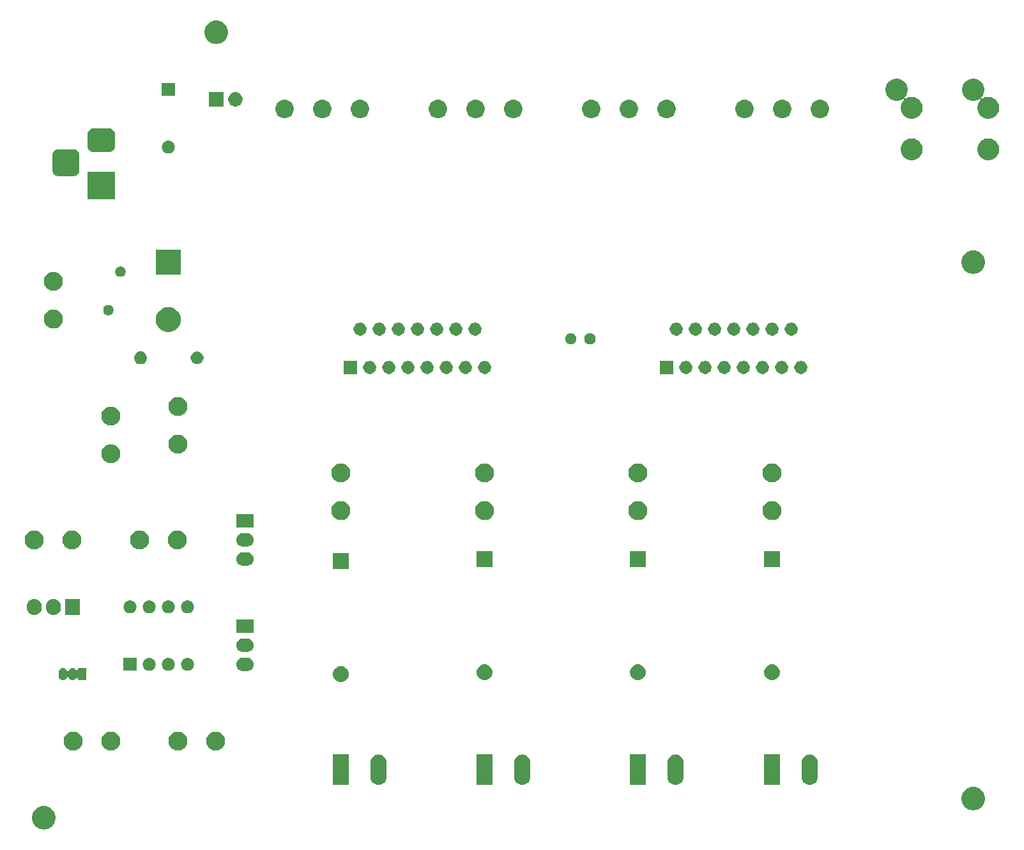
<source format=gbr>
G04 #@! TF.GenerationSoftware,KiCad,Pcbnew,(5.1.4)-1*
G04 #@! TF.CreationDate,2019-11-15T12:49:53-05:00*
G04 #@! TF.ProjectId,ffb,6666622e-6b69-4636-9164-5f7063625858,rev?*
G04 #@! TF.SameCoordinates,Original*
G04 #@! TF.FileFunction,Soldermask,Bot*
G04 #@! TF.FilePolarity,Negative*
%FSLAX46Y46*%
G04 Gerber Fmt 4.6, Leading zero omitted, Abs format (unit mm)*
G04 Created by KiCad (PCBNEW (5.1.4)-1) date 2019-11-15 12:49:53*
%MOMM*%
%LPD*%
G04 APERTURE LIST*
%ADD10C,0.100000*%
G04 APERTURE END LIST*
D10*
G36*
X53642585Y-134368802D02*
G01*
X53792410Y-134398604D01*
X54074674Y-134515521D01*
X54328705Y-134685259D01*
X54544741Y-134901295D01*
X54714479Y-135155326D01*
X54831396Y-135437590D01*
X54891000Y-135737240D01*
X54891000Y-136042760D01*
X54831396Y-136342410D01*
X54714479Y-136624674D01*
X54544741Y-136878705D01*
X54328705Y-137094741D01*
X54074674Y-137264479D01*
X53792410Y-137381396D01*
X53642585Y-137411198D01*
X53492761Y-137441000D01*
X53187239Y-137441000D01*
X53037415Y-137411198D01*
X52887590Y-137381396D01*
X52605326Y-137264479D01*
X52351295Y-137094741D01*
X52135259Y-136878705D01*
X51965521Y-136624674D01*
X51848604Y-136342410D01*
X51789000Y-136042760D01*
X51789000Y-135737240D01*
X51848604Y-135437590D01*
X51965521Y-135155326D01*
X52135259Y-134901295D01*
X52351295Y-134685259D01*
X52605326Y-134515521D01*
X52887590Y-134398604D01*
X53037415Y-134368802D01*
X53187239Y-134339000D01*
X53492761Y-134339000D01*
X53642585Y-134368802D01*
X53642585Y-134368802D01*
G37*
G36*
X176832585Y-131828802D02*
G01*
X176982410Y-131858604D01*
X177264674Y-131975521D01*
X177518705Y-132145259D01*
X177734741Y-132361295D01*
X177904479Y-132615326D01*
X178021396Y-132897590D01*
X178081000Y-133197240D01*
X178081000Y-133502760D01*
X178021396Y-133802410D01*
X177904479Y-134084674D01*
X177734741Y-134338705D01*
X177518705Y-134554741D01*
X177264674Y-134724479D01*
X176982410Y-134841396D01*
X176832585Y-134871198D01*
X176682761Y-134901000D01*
X176377239Y-134901000D01*
X176227415Y-134871198D01*
X176077590Y-134841396D01*
X175795326Y-134724479D01*
X175541295Y-134554741D01*
X175325259Y-134338705D01*
X175155521Y-134084674D01*
X175038604Y-133802410D01*
X174979000Y-133502760D01*
X174979000Y-133197240D01*
X175038604Y-132897590D01*
X175155521Y-132615326D01*
X175325259Y-132361295D01*
X175541295Y-132145259D01*
X175795326Y-131975521D01*
X176077590Y-131858604D01*
X176227415Y-131828802D01*
X176377239Y-131799000D01*
X176682761Y-131799000D01*
X176832585Y-131828802D01*
X176832585Y-131828802D01*
G37*
G36*
X155064071Y-127524063D02*
G01*
X155260300Y-127583589D01*
X155441146Y-127680253D01*
X155482437Y-127714140D01*
X155599660Y-127810340D01*
X155729748Y-127968855D01*
X155826410Y-128149697D01*
X155826411Y-128149699D01*
X155885937Y-128345928D01*
X155901000Y-128498868D01*
X155901000Y-130581132D01*
X155885937Y-130734072D01*
X155826411Y-130930301D01*
X155826410Y-130930303D01*
X155729748Y-131111145D01*
X155599660Y-131269660D01*
X155441145Y-131399748D01*
X155260303Y-131496410D01*
X155260301Y-131496411D01*
X155064072Y-131555937D01*
X154860000Y-131576036D01*
X154655929Y-131555937D01*
X154459700Y-131496411D01*
X154459698Y-131496410D01*
X154278856Y-131399748D01*
X154120341Y-131269660D01*
X153990253Y-131111145D01*
X153893591Y-130930303D01*
X153893590Y-130930301D01*
X153834064Y-130734072D01*
X153819001Y-130581132D01*
X153819000Y-128498869D01*
X153834063Y-128345929D01*
X153893589Y-128149700D01*
X153990253Y-127968854D01*
X154024140Y-127927563D01*
X154120340Y-127810340D01*
X154278855Y-127680252D01*
X154459697Y-127583590D01*
X154459699Y-127583589D01*
X154655928Y-127524063D01*
X154860000Y-127503964D01*
X155064071Y-127524063D01*
X155064071Y-127524063D01*
G37*
G36*
X97914071Y-127524063D02*
G01*
X98110300Y-127583589D01*
X98291146Y-127680253D01*
X98332437Y-127714140D01*
X98449660Y-127810340D01*
X98579748Y-127968855D01*
X98676410Y-128149697D01*
X98676411Y-128149699D01*
X98735937Y-128345928D01*
X98751000Y-128498868D01*
X98751000Y-130581132D01*
X98735937Y-130734072D01*
X98676411Y-130930301D01*
X98676410Y-130930303D01*
X98579748Y-131111145D01*
X98449660Y-131269660D01*
X98291145Y-131399748D01*
X98110303Y-131496410D01*
X98110301Y-131496411D01*
X97914072Y-131555937D01*
X97710000Y-131576036D01*
X97505929Y-131555937D01*
X97309700Y-131496411D01*
X97309698Y-131496410D01*
X97128856Y-131399748D01*
X96970341Y-131269660D01*
X96840253Y-131111145D01*
X96743591Y-130930303D01*
X96743590Y-130930301D01*
X96684064Y-130734072D01*
X96669001Y-130581132D01*
X96669000Y-128498869D01*
X96684063Y-128345929D01*
X96743589Y-128149700D01*
X96840253Y-127968854D01*
X96874140Y-127927563D01*
X96970340Y-127810340D01*
X97128855Y-127680252D01*
X97309697Y-127583590D01*
X97309699Y-127583589D01*
X97505928Y-127524063D01*
X97710000Y-127503964D01*
X97914071Y-127524063D01*
X97914071Y-127524063D01*
G37*
G36*
X137284071Y-127524063D02*
G01*
X137480300Y-127583589D01*
X137661146Y-127680253D01*
X137702437Y-127714140D01*
X137819660Y-127810340D01*
X137949748Y-127968855D01*
X138046410Y-128149697D01*
X138046411Y-128149699D01*
X138105937Y-128345928D01*
X138121000Y-128498868D01*
X138121000Y-130581132D01*
X138105937Y-130734072D01*
X138046411Y-130930301D01*
X138046410Y-130930303D01*
X137949748Y-131111145D01*
X137819660Y-131269660D01*
X137661145Y-131399748D01*
X137480303Y-131496410D01*
X137480301Y-131496411D01*
X137284072Y-131555937D01*
X137080000Y-131576036D01*
X136875929Y-131555937D01*
X136679700Y-131496411D01*
X136679698Y-131496410D01*
X136498856Y-131399748D01*
X136340341Y-131269660D01*
X136210253Y-131111145D01*
X136113591Y-130930303D01*
X136113590Y-130930301D01*
X136054064Y-130734072D01*
X136039001Y-130581132D01*
X136039000Y-128498869D01*
X136054063Y-128345929D01*
X136113589Y-128149700D01*
X136210253Y-127968854D01*
X136244140Y-127927563D01*
X136340340Y-127810340D01*
X136498855Y-127680252D01*
X136679697Y-127583590D01*
X136679699Y-127583589D01*
X136875928Y-127524063D01*
X137080000Y-127503964D01*
X137284071Y-127524063D01*
X137284071Y-127524063D01*
G37*
G36*
X116964071Y-127524063D02*
G01*
X117160300Y-127583589D01*
X117341146Y-127680253D01*
X117382437Y-127714140D01*
X117499660Y-127810340D01*
X117629748Y-127968855D01*
X117726410Y-128149697D01*
X117726411Y-128149699D01*
X117785937Y-128345928D01*
X117801000Y-128498868D01*
X117801000Y-130581132D01*
X117785937Y-130734072D01*
X117726411Y-130930301D01*
X117726410Y-130930303D01*
X117629748Y-131111145D01*
X117499660Y-131269660D01*
X117341145Y-131399748D01*
X117160303Y-131496410D01*
X117160301Y-131496411D01*
X116964072Y-131555937D01*
X116760000Y-131576036D01*
X116555929Y-131555937D01*
X116359700Y-131496411D01*
X116359698Y-131496410D01*
X116178856Y-131399748D01*
X116020341Y-131269660D01*
X115890253Y-131111145D01*
X115793591Y-130930303D01*
X115793590Y-130930301D01*
X115734064Y-130734072D01*
X115719001Y-130581132D01*
X115719000Y-128498869D01*
X115734063Y-128345929D01*
X115793589Y-128149700D01*
X115890253Y-127968854D01*
X115924140Y-127927563D01*
X116020340Y-127810340D01*
X116178855Y-127680252D01*
X116359697Y-127583590D01*
X116359699Y-127583589D01*
X116555928Y-127524063D01*
X116760000Y-127503964D01*
X116964071Y-127524063D01*
X116964071Y-127524063D01*
G37*
G36*
X133121000Y-131571000D02*
G01*
X131039000Y-131571000D01*
X131039000Y-127509000D01*
X133121000Y-127509000D01*
X133121000Y-131571000D01*
X133121000Y-131571000D01*
G37*
G36*
X93751000Y-131571000D02*
G01*
X91669000Y-131571000D01*
X91669000Y-127509000D01*
X93751000Y-127509000D01*
X93751000Y-131571000D01*
X93751000Y-131571000D01*
G37*
G36*
X150901000Y-131571000D02*
G01*
X148819000Y-131571000D01*
X148819000Y-127509000D01*
X150901000Y-127509000D01*
X150901000Y-131571000D01*
X150901000Y-131571000D01*
G37*
G36*
X112801000Y-131571000D02*
G01*
X110719000Y-131571000D01*
X110719000Y-127509000D01*
X112801000Y-127509000D01*
X112801000Y-131571000D01*
X112801000Y-131571000D01*
G37*
G36*
X76484903Y-124527075D02*
G01*
X76712571Y-124621378D01*
X76917466Y-124758285D01*
X77091715Y-124932534D01*
X77228622Y-125137429D01*
X77322925Y-125365097D01*
X77371000Y-125606787D01*
X77371000Y-125853213D01*
X77322925Y-126094903D01*
X77228622Y-126322571D01*
X77091715Y-126527466D01*
X76917466Y-126701715D01*
X76712571Y-126838622D01*
X76712570Y-126838623D01*
X76712569Y-126838623D01*
X76484903Y-126932925D01*
X76243214Y-126981000D01*
X75996786Y-126981000D01*
X75755097Y-126932925D01*
X75527431Y-126838623D01*
X75527430Y-126838623D01*
X75527429Y-126838622D01*
X75322534Y-126701715D01*
X75148285Y-126527466D01*
X75011378Y-126322571D01*
X74917075Y-126094903D01*
X74869000Y-125853213D01*
X74869000Y-125606787D01*
X74917075Y-125365097D01*
X75011378Y-125137429D01*
X75148285Y-124932534D01*
X75322534Y-124758285D01*
X75527429Y-124621378D01*
X75755097Y-124527075D01*
X75996786Y-124479000D01*
X76243214Y-124479000D01*
X76484903Y-124527075D01*
X76484903Y-124527075D01*
G37*
G36*
X71484903Y-124527075D02*
G01*
X71712571Y-124621378D01*
X71917466Y-124758285D01*
X72091715Y-124932534D01*
X72228622Y-125137429D01*
X72322925Y-125365097D01*
X72371000Y-125606787D01*
X72371000Y-125853213D01*
X72322925Y-126094903D01*
X72228622Y-126322571D01*
X72091715Y-126527466D01*
X71917466Y-126701715D01*
X71712571Y-126838622D01*
X71712570Y-126838623D01*
X71712569Y-126838623D01*
X71484903Y-126932925D01*
X71243214Y-126981000D01*
X70996786Y-126981000D01*
X70755097Y-126932925D01*
X70527431Y-126838623D01*
X70527430Y-126838623D01*
X70527429Y-126838622D01*
X70322534Y-126701715D01*
X70148285Y-126527466D01*
X70011378Y-126322571D01*
X69917075Y-126094903D01*
X69869000Y-125853213D01*
X69869000Y-125606787D01*
X69917075Y-125365097D01*
X70011378Y-125137429D01*
X70148285Y-124932534D01*
X70322534Y-124758285D01*
X70527429Y-124621378D01*
X70755097Y-124527075D01*
X70996786Y-124479000D01*
X71243214Y-124479000D01*
X71484903Y-124527075D01*
X71484903Y-124527075D01*
G37*
G36*
X62594903Y-124527075D02*
G01*
X62822571Y-124621378D01*
X63027466Y-124758285D01*
X63201715Y-124932534D01*
X63338622Y-125137429D01*
X63432925Y-125365097D01*
X63481000Y-125606787D01*
X63481000Y-125853213D01*
X63432925Y-126094903D01*
X63338622Y-126322571D01*
X63201715Y-126527466D01*
X63027466Y-126701715D01*
X62822571Y-126838622D01*
X62822570Y-126838623D01*
X62822569Y-126838623D01*
X62594903Y-126932925D01*
X62353214Y-126981000D01*
X62106786Y-126981000D01*
X61865097Y-126932925D01*
X61637431Y-126838623D01*
X61637430Y-126838623D01*
X61637429Y-126838622D01*
X61432534Y-126701715D01*
X61258285Y-126527466D01*
X61121378Y-126322571D01*
X61027075Y-126094903D01*
X60979000Y-125853213D01*
X60979000Y-125606787D01*
X61027075Y-125365097D01*
X61121378Y-125137429D01*
X61258285Y-124932534D01*
X61432534Y-124758285D01*
X61637429Y-124621378D01*
X61865097Y-124527075D01*
X62106786Y-124479000D01*
X62353214Y-124479000D01*
X62594903Y-124527075D01*
X62594903Y-124527075D01*
G37*
G36*
X57594903Y-124527075D02*
G01*
X57822571Y-124621378D01*
X58027466Y-124758285D01*
X58201715Y-124932534D01*
X58338622Y-125137429D01*
X58432925Y-125365097D01*
X58481000Y-125606787D01*
X58481000Y-125853213D01*
X58432925Y-126094903D01*
X58338622Y-126322571D01*
X58201715Y-126527466D01*
X58027466Y-126701715D01*
X57822571Y-126838622D01*
X57822570Y-126838623D01*
X57822569Y-126838623D01*
X57594903Y-126932925D01*
X57353214Y-126981000D01*
X57106786Y-126981000D01*
X56865097Y-126932925D01*
X56637431Y-126838623D01*
X56637430Y-126838623D01*
X56637429Y-126838622D01*
X56432534Y-126701715D01*
X56258285Y-126527466D01*
X56121378Y-126322571D01*
X56027075Y-126094903D01*
X55979000Y-125853213D01*
X55979000Y-125606787D01*
X56027075Y-125365097D01*
X56121378Y-125137429D01*
X56258285Y-124932534D01*
X56432534Y-124758285D01*
X56637429Y-124621378D01*
X56865097Y-124527075D01*
X57106786Y-124479000D01*
X57353214Y-124479000D01*
X57594903Y-124527075D01*
X57594903Y-124527075D01*
G37*
G36*
X92813097Y-115794069D02*
G01*
X92916032Y-115804207D01*
X93114146Y-115864305D01*
X93114149Y-115864306D01*
X93210975Y-115916061D01*
X93296729Y-115961897D01*
X93456765Y-116093235D01*
X93588103Y-116253271D01*
X93602926Y-116281004D01*
X93685694Y-116435851D01*
X93685695Y-116435854D01*
X93745793Y-116633968D01*
X93766085Y-116840000D01*
X93745793Y-117046032D01*
X93705787Y-117177913D01*
X93685694Y-117244149D01*
X93663061Y-117286492D01*
X93588103Y-117426729D01*
X93456765Y-117586765D01*
X93296729Y-117718103D01*
X93210975Y-117763939D01*
X93114149Y-117815694D01*
X93114146Y-117815695D01*
X92916032Y-117875793D01*
X92813097Y-117885931D01*
X92761631Y-117891000D01*
X92658369Y-117891000D01*
X92606903Y-117885931D01*
X92503968Y-117875793D01*
X92305854Y-117815695D01*
X92305851Y-117815694D01*
X92209025Y-117763939D01*
X92123271Y-117718103D01*
X91963235Y-117586765D01*
X91831897Y-117426729D01*
X91756939Y-117286492D01*
X91734306Y-117244149D01*
X91714213Y-117177913D01*
X91674207Y-117046032D01*
X91653915Y-116840000D01*
X91674207Y-116633968D01*
X91734305Y-116435854D01*
X91734306Y-116435851D01*
X91817074Y-116281004D01*
X91831897Y-116253271D01*
X91963235Y-116093235D01*
X92123271Y-115961897D01*
X92209025Y-115916061D01*
X92305851Y-115864306D01*
X92305854Y-115864305D01*
X92503968Y-115804207D01*
X92606903Y-115794069D01*
X92658369Y-115789000D01*
X92761631Y-115789000D01*
X92813097Y-115794069D01*
X92813097Y-115794069D01*
G37*
G36*
X149963097Y-115554069D02*
G01*
X150066032Y-115564207D01*
X150264146Y-115624305D01*
X150264149Y-115624306D01*
X150360975Y-115676061D01*
X150446729Y-115721897D01*
X150606765Y-115853235D01*
X150738103Y-116013271D01*
X150780844Y-116093235D01*
X150835694Y-116195851D01*
X150835695Y-116195854D01*
X150895793Y-116393968D01*
X150916085Y-116600000D01*
X150895793Y-116806032D01*
X150835695Y-117004146D01*
X150835694Y-117004149D01*
X150813308Y-117046030D01*
X150738103Y-117186729D01*
X150606765Y-117346765D01*
X150446729Y-117478103D01*
X150360975Y-117523939D01*
X150264149Y-117575694D01*
X150264146Y-117575695D01*
X150066032Y-117635793D01*
X149984876Y-117643786D01*
X149911631Y-117651000D01*
X149808369Y-117651000D01*
X149735124Y-117643786D01*
X149653968Y-117635793D01*
X149455854Y-117575695D01*
X149455851Y-117575694D01*
X149359025Y-117523939D01*
X149273271Y-117478103D01*
X149113235Y-117346765D01*
X148981897Y-117186729D01*
X148906692Y-117046030D01*
X148884306Y-117004149D01*
X148884305Y-117004146D01*
X148824207Y-116806032D01*
X148803915Y-116600000D01*
X148824207Y-116393968D01*
X148884305Y-116195854D01*
X148884306Y-116195851D01*
X148939156Y-116093235D01*
X148981897Y-116013271D01*
X149113235Y-115853235D01*
X149273271Y-115721897D01*
X149359025Y-115676061D01*
X149455851Y-115624306D01*
X149455854Y-115624305D01*
X149653968Y-115564207D01*
X149756903Y-115554069D01*
X149808369Y-115549000D01*
X149911631Y-115549000D01*
X149963097Y-115554069D01*
X149963097Y-115554069D01*
G37*
G36*
X111863097Y-115554069D02*
G01*
X111966032Y-115564207D01*
X112164146Y-115624305D01*
X112164149Y-115624306D01*
X112260975Y-115676061D01*
X112346729Y-115721897D01*
X112506765Y-115853235D01*
X112638103Y-116013271D01*
X112680844Y-116093235D01*
X112735694Y-116195851D01*
X112735695Y-116195854D01*
X112795793Y-116393968D01*
X112816085Y-116600000D01*
X112795793Y-116806032D01*
X112735695Y-117004146D01*
X112735694Y-117004149D01*
X112713308Y-117046030D01*
X112638103Y-117186729D01*
X112506765Y-117346765D01*
X112346729Y-117478103D01*
X112260975Y-117523939D01*
X112164149Y-117575694D01*
X112164146Y-117575695D01*
X111966032Y-117635793D01*
X111884876Y-117643786D01*
X111811631Y-117651000D01*
X111708369Y-117651000D01*
X111635124Y-117643786D01*
X111553968Y-117635793D01*
X111355854Y-117575695D01*
X111355851Y-117575694D01*
X111259025Y-117523939D01*
X111173271Y-117478103D01*
X111013235Y-117346765D01*
X110881897Y-117186729D01*
X110806692Y-117046030D01*
X110784306Y-117004149D01*
X110784305Y-117004146D01*
X110724207Y-116806032D01*
X110703915Y-116600000D01*
X110724207Y-116393968D01*
X110784305Y-116195854D01*
X110784306Y-116195851D01*
X110839156Y-116093235D01*
X110881897Y-116013271D01*
X111013235Y-115853235D01*
X111173271Y-115721897D01*
X111259025Y-115676061D01*
X111355851Y-115624306D01*
X111355854Y-115624305D01*
X111553968Y-115564207D01*
X111656903Y-115554069D01*
X111708369Y-115549000D01*
X111811631Y-115549000D01*
X111863097Y-115554069D01*
X111863097Y-115554069D01*
G37*
G36*
X132183097Y-115554069D02*
G01*
X132286032Y-115564207D01*
X132484146Y-115624305D01*
X132484149Y-115624306D01*
X132580975Y-115676061D01*
X132666729Y-115721897D01*
X132826765Y-115853235D01*
X132958103Y-116013271D01*
X133000844Y-116093235D01*
X133055694Y-116195851D01*
X133055695Y-116195854D01*
X133115793Y-116393968D01*
X133136085Y-116600000D01*
X133115793Y-116806032D01*
X133055695Y-117004146D01*
X133055694Y-117004149D01*
X133033308Y-117046030D01*
X132958103Y-117186729D01*
X132826765Y-117346765D01*
X132666729Y-117478103D01*
X132580975Y-117523939D01*
X132484149Y-117575694D01*
X132484146Y-117575695D01*
X132286032Y-117635793D01*
X132204876Y-117643786D01*
X132131631Y-117651000D01*
X132028369Y-117651000D01*
X131955124Y-117643786D01*
X131873968Y-117635793D01*
X131675854Y-117575695D01*
X131675851Y-117575694D01*
X131579025Y-117523939D01*
X131493271Y-117478103D01*
X131333235Y-117346765D01*
X131201897Y-117186729D01*
X131126692Y-117046030D01*
X131104306Y-117004149D01*
X131104305Y-117004146D01*
X131044207Y-116806032D01*
X131023915Y-116600000D01*
X131044207Y-116393968D01*
X131104305Y-116195854D01*
X131104306Y-116195851D01*
X131159156Y-116093235D01*
X131201897Y-116013271D01*
X131333235Y-115853235D01*
X131493271Y-115721897D01*
X131579025Y-115676061D01*
X131675851Y-115624306D01*
X131675854Y-115624305D01*
X131873968Y-115564207D01*
X131976903Y-115554069D01*
X132028369Y-115549000D01*
X132131631Y-115549000D01*
X132183097Y-115554069D01*
X132183097Y-115554069D01*
G37*
G36*
X57262916Y-116047334D02*
G01*
X57371492Y-116080271D01*
X57371495Y-116080272D01*
X57407601Y-116099571D01*
X57471557Y-116133756D01*
X57559264Y-116205736D01*
X57622383Y-116282646D01*
X57639702Y-116299965D01*
X57660077Y-116313579D01*
X57682716Y-116322957D01*
X57706749Y-116327737D01*
X57731253Y-116327737D01*
X57755286Y-116322957D01*
X57777925Y-116313579D01*
X57798299Y-116299966D01*
X57815626Y-116282639D01*
X57829240Y-116262264D01*
X57838618Y-116239625D01*
X57843398Y-116215592D01*
X57844000Y-116203340D01*
X57844000Y-116039000D01*
X58996000Y-116039000D01*
X58996000Y-117641000D01*
X57844000Y-117641000D01*
X57844000Y-117476660D01*
X57841598Y-117452274D01*
X57834485Y-117428825D01*
X57822934Y-117407214D01*
X57807389Y-117388272D01*
X57788447Y-117372727D01*
X57766836Y-117361176D01*
X57743387Y-117354063D01*
X57719001Y-117351661D01*
X57694615Y-117354063D01*
X57671166Y-117361176D01*
X57649555Y-117372727D01*
X57622381Y-117397356D01*
X57559264Y-117474264D01*
X57471556Y-117546244D01*
X57416458Y-117575694D01*
X57371494Y-117599728D01*
X57371491Y-117599729D01*
X57262915Y-117632666D01*
X57150000Y-117643787D01*
X57037084Y-117632666D01*
X56928508Y-117599729D01*
X56928505Y-117599728D01*
X56883541Y-117575694D01*
X56828443Y-117546244D01*
X56740736Y-117474264D01*
X56668756Y-117386556D01*
X56625239Y-117305140D01*
X56611625Y-117284766D01*
X56594298Y-117267439D01*
X56573924Y-117253825D01*
X56551285Y-117244448D01*
X56527251Y-117239668D01*
X56502747Y-117239668D01*
X56478714Y-117244449D01*
X56456075Y-117253826D01*
X56435701Y-117267440D01*
X56418374Y-117284767D01*
X56404762Y-117305140D01*
X56361244Y-117386557D01*
X56289264Y-117474264D01*
X56201556Y-117546244D01*
X56146458Y-117575694D01*
X56101494Y-117599728D01*
X56101491Y-117599729D01*
X55992915Y-117632666D01*
X55880000Y-117643787D01*
X55767084Y-117632666D01*
X55658508Y-117599729D01*
X55658505Y-117599728D01*
X55613541Y-117575694D01*
X55558443Y-117546244D01*
X55470736Y-117474264D01*
X55398756Y-117386556D01*
X55355239Y-117305140D01*
X55345272Y-117286494D01*
X55339492Y-117267440D01*
X55312334Y-117177915D01*
X55304000Y-117093297D01*
X55304000Y-116586702D01*
X55312334Y-116502084D01*
X55345271Y-116393508D01*
X55345272Y-116393505D01*
X55398756Y-116293445D01*
X55398757Y-116293443D01*
X55470737Y-116205736D01*
X55558444Y-116133756D01*
X55622400Y-116099571D01*
X55658506Y-116080272D01*
X55658509Y-116080271D01*
X55767085Y-116047334D01*
X55880000Y-116036213D01*
X55992916Y-116047334D01*
X56101492Y-116080271D01*
X56101495Y-116080272D01*
X56137601Y-116099571D01*
X56201557Y-116133756D01*
X56289264Y-116205736D01*
X56361244Y-116293443D01*
X56396832Y-116360025D01*
X56404761Y-116374859D01*
X56418375Y-116395234D01*
X56435702Y-116412561D01*
X56456076Y-116426174D01*
X56478715Y-116435552D01*
X56502748Y-116440332D01*
X56527252Y-116440332D01*
X56551285Y-116435552D01*
X56573924Y-116426174D01*
X56594299Y-116412560D01*
X56611626Y-116395233D01*
X56625239Y-116374859D01*
X56668756Y-116293445D01*
X56668757Y-116293443D01*
X56740737Y-116205736D01*
X56828444Y-116133756D01*
X56892400Y-116099571D01*
X56928506Y-116080272D01*
X56928509Y-116080271D01*
X57037085Y-116047334D01*
X57150000Y-116036213D01*
X57262916Y-116047334D01*
X57262916Y-116047334D01*
G37*
G36*
X80330345Y-114653442D02*
G01*
X80420548Y-114662326D01*
X80594157Y-114714990D01*
X80754156Y-114800511D01*
X80797729Y-114836271D01*
X80894397Y-114915603D01*
X80973729Y-115012271D01*
X81009489Y-115055844D01*
X81095010Y-115215843D01*
X81147674Y-115389452D01*
X81165456Y-115570000D01*
X81147674Y-115750548D01*
X81095010Y-115924157D01*
X81009489Y-116084156D01*
X80973729Y-116127729D01*
X80894397Y-116224397D01*
X80797729Y-116303729D01*
X80754156Y-116339489D01*
X80594157Y-116425010D01*
X80420548Y-116477674D01*
X80330345Y-116486558D01*
X80285245Y-116491000D01*
X79734755Y-116491000D01*
X79689655Y-116486558D01*
X79599452Y-116477674D01*
X79425843Y-116425010D01*
X79265844Y-116339489D01*
X79222271Y-116303729D01*
X79125603Y-116224397D01*
X79046271Y-116127729D01*
X79010511Y-116084156D01*
X78924990Y-115924157D01*
X78872326Y-115750548D01*
X78854544Y-115570000D01*
X78872326Y-115389452D01*
X78924990Y-115215843D01*
X79010511Y-115055844D01*
X79046271Y-115012271D01*
X79125603Y-114915603D01*
X79222271Y-114836271D01*
X79265844Y-114800511D01*
X79425843Y-114714990D01*
X79599452Y-114662326D01*
X79689655Y-114653442D01*
X79734755Y-114649000D01*
X80285245Y-114649000D01*
X80330345Y-114653442D01*
X80330345Y-114653442D01*
G37*
G36*
X72556823Y-114731313D02*
G01*
X72717242Y-114779976D01*
X72849906Y-114850886D01*
X72865078Y-114858996D01*
X72994659Y-114965341D01*
X73101004Y-115094922D01*
X73101005Y-115094924D01*
X73180024Y-115242758D01*
X73228687Y-115403177D01*
X73245117Y-115570000D01*
X73228687Y-115736823D01*
X73180024Y-115897242D01*
X73145465Y-115961897D01*
X73101004Y-116045078D01*
X72994659Y-116174659D01*
X72865078Y-116281004D01*
X72865076Y-116281005D01*
X72717242Y-116360024D01*
X72556823Y-116408687D01*
X72431804Y-116421000D01*
X72348196Y-116421000D01*
X72223177Y-116408687D01*
X72062758Y-116360024D01*
X71914924Y-116281005D01*
X71914922Y-116281004D01*
X71785341Y-116174659D01*
X71678996Y-116045078D01*
X71634535Y-115961897D01*
X71599976Y-115897242D01*
X71551313Y-115736823D01*
X71534883Y-115570000D01*
X71551313Y-115403177D01*
X71599976Y-115242758D01*
X71678995Y-115094924D01*
X71678996Y-115094922D01*
X71785341Y-114965341D01*
X71914922Y-114858996D01*
X71930094Y-114850886D01*
X72062758Y-114779976D01*
X72223177Y-114731313D01*
X72348196Y-114719000D01*
X72431804Y-114719000D01*
X72556823Y-114731313D01*
X72556823Y-114731313D01*
G37*
G36*
X65621000Y-116421000D02*
G01*
X63919000Y-116421000D01*
X63919000Y-114719000D01*
X65621000Y-114719000D01*
X65621000Y-116421000D01*
X65621000Y-116421000D01*
G37*
G36*
X67476823Y-114731313D02*
G01*
X67637242Y-114779976D01*
X67769906Y-114850886D01*
X67785078Y-114858996D01*
X67914659Y-114965341D01*
X68021004Y-115094922D01*
X68021005Y-115094924D01*
X68100024Y-115242758D01*
X68148687Y-115403177D01*
X68165117Y-115570000D01*
X68148687Y-115736823D01*
X68100024Y-115897242D01*
X68065465Y-115961897D01*
X68021004Y-116045078D01*
X67914659Y-116174659D01*
X67785078Y-116281004D01*
X67785076Y-116281005D01*
X67637242Y-116360024D01*
X67476823Y-116408687D01*
X67351804Y-116421000D01*
X67268196Y-116421000D01*
X67143177Y-116408687D01*
X66982758Y-116360024D01*
X66834924Y-116281005D01*
X66834922Y-116281004D01*
X66705341Y-116174659D01*
X66598996Y-116045078D01*
X66554535Y-115961897D01*
X66519976Y-115897242D01*
X66471313Y-115736823D01*
X66454883Y-115570000D01*
X66471313Y-115403177D01*
X66519976Y-115242758D01*
X66598995Y-115094924D01*
X66598996Y-115094922D01*
X66705341Y-114965341D01*
X66834922Y-114858996D01*
X66850094Y-114850886D01*
X66982758Y-114779976D01*
X67143177Y-114731313D01*
X67268196Y-114719000D01*
X67351804Y-114719000D01*
X67476823Y-114731313D01*
X67476823Y-114731313D01*
G37*
G36*
X70016823Y-114731313D02*
G01*
X70177242Y-114779976D01*
X70309906Y-114850886D01*
X70325078Y-114858996D01*
X70454659Y-114965341D01*
X70561004Y-115094922D01*
X70561005Y-115094924D01*
X70640024Y-115242758D01*
X70688687Y-115403177D01*
X70705117Y-115570000D01*
X70688687Y-115736823D01*
X70640024Y-115897242D01*
X70605465Y-115961897D01*
X70561004Y-116045078D01*
X70454659Y-116174659D01*
X70325078Y-116281004D01*
X70325076Y-116281005D01*
X70177242Y-116360024D01*
X70016823Y-116408687D01*
X69891804Y-116421000D01*
X69808196Y-116421000D01*
X69683177Y-116408687D01*
X69522758Y-116360024D01*
X69374924Y-116281005D01*
X69374922Y-116281004D01*
X69245341Y-116174659D01*
X69138996Y-116045078D01*
X69094535Y-115961897D01*
X69059976Y-115897242D01*
X69011313Y-115736823D01*
X68994883Y-115570000D01*
X69011313Y-115403177D01*
X69059976Y-115242758D01*
X69138995Y-115094924D01*
X69138996Y-115094922D01*
X69245341Y-114965341D01*
X69374922Y-114858996D01*
X69390094Y-114850886D01*
X69522758Y-114779976D01*
X69683177Y-114731313D01*
X69808196Y-114719000D01*
X69891804Y-114719000D01*
X70016823Y-114731313D01*
X70016823Y-114731313D01*
G37*
G36*
X80330345Y-112113442D02*
G01*
X80420548Y-112122326D01*
X80594157Y-112174990D01*
X80754156Y-112260511D01*
X80797729Y-112296271D01*
X80894397Y-112375603D01*
X80973729Y-112472271D01*
X81009489Y-112515844D01*
X81095010Y-112675843D01*
X81147674Y-112849452D01*
X81165456Y-113030000D01*
X81147674Y-113210548D01*
X81095010Y-113384157D01*
X81009489Y-113544156D01*
X80973729Y-113587729D01*
X80894397Y-113684397D01*
X80797729Y-113763729D01*
X80754156Y-113799489D01*
X80594157Y-113885010D01*
X80420548Y-113937674D01*
X80330345Y-113946558D01*
X80285245Y-113951000D01*
X79734755Y-113951000D01*
X79689655Y-113946558D01*
X79599452Y-113937674D01*
X79425843Y-113885010D01*
X79265844Y-113799489D01*
X79222271Y-113763729D01*
X79125603Y-113684397D01*
X79046271Y-113587729D01*
X79010511Y-113544156D01*
X78924990Y-113384157D01*
X78872326Y-113210548D01*
X78854544Y-113030000D01*
X78872326Y-112849452D01*
X78924990Y-112675843D01*
X79010511Y-112515844D01*
X79046271Y-112472271D01*
X79125603Y-112375603D01*
X79222271Y-112296271D01*
X79265844Y-112260511D01*
X79425843Y-112174990D01*
X79599452Y-112122326D01*
X79689655Y-112113442D01*
X79734755Y-112109000D01*
X80285245Y-112109000D01*
X80330345Y-112113442D01*
X80330345Y-112113442D01*
G37*
G36*
X81019561Y-109572966D02*
G01*
X81052383Y-109582923D01*
X81082632Y-109599092D01*
X81109148Y-109620852D01*
X81130908Y-109647368D01*
X81147077Y-109677617D01*
X81157034Y-109710439D01*
X81161000Y-109750713D01*
X81161000Y-111229287D01*
X81157034Y-111269561D01*
X81147077Y-111302383D01*
X81130908Y-111332632D01*
X81109148Y-111359148D01*
X81082632Y-111380908D01*
X81052383Y-111397077D01*
X81019561Y-111407034D01*
X80979287Y-111411000D01*
X79040713Y-111411000D01*
X79000439Y-111407034D01*
X78967617Y-111397077D01*
X78937368Y-111380908D01*
X78910852Y-111359148D01*
X78889092Y-111332632D01*
X78872923Y-111302383D01*
X78862966Y-111269561D01*
X78859000Y-111229287D01*
X78859000Y-109750713D01*
X78862966Y-109710439D01*
X78872923Y-109677617D01*
X78889092Y-109647368D01*
X78910852Y-109620852D01*
X78937368Y-109599092D01*
X78967617Y-109582923D01*
X79000439Y-109572966D01*
X79040713Y-109569000D01*
X80979287Y-109569000D01*
X81019561Y-109572966D01*
X81019561Y-109572966D01*
G37*
G36*
X52266720Y-106913520D02*
G01*
X52455881Y-106970901D01*
X52630212Y-107064083D01*
X52783015Y-107189485D01*
X52908417Y-107342288D01*
X52952182Y-107424167D01*
X53001598Y-107516617D01*
X53001599Y-107516620D01*
X53058980Y-107705781D01*
X53073500Y-107853207D01*
X53073500Y-108046794D01*
X53058980Y-108194220D01*
X53001599Y-108383381D01*
X52908417Y-108557712D01*
X52783015Y-108710515D01*
X52630212Y-108835917D01*
X52548333Y-108879682D01*
X52455883Y-108929098D01*
X52455880Y-108929099D01*
X52266719Y-108986480D01*
X52070000Y-109005855D01*
X51873280Y-108986480D01*
X51684119Y-108929099D01*
X51509788Y-108835917D01*
X51356985Y-108710515D01*
X51231583Y-108557712D01*
X51160688Y-108425076D01*
X51138402Y-108383383D01*
X51106204Y-108277239D01*
X51081020Y-108194219D01*
X51066500Y-108046793D01*
X51066500Y-107853206D01*
X51081020Y-107705780D01*
X51138401Y-107516619D01*
X51231583Y-107342288D01*
X51356985Y-107189485D01*
X51509788Y-107064083D01*
X51684120Y-106970901D01*
X51873281Y-106913520D01*
X52070000Y-106894145D01*
X52266720Y-106913520D01*
X52266720Y-106913520D01*
G37*
G36*
X54806720Y-106913520D02*
G01*
X54995881Y-106970901D01*
X55170212Y-107064083D01*
X55323015Y-107189485D01*
X55448417Y-107342288D01*
X55492182Y-107424167D01*
X55541598Y-107516617D01*
X55541599Y-107516620D01*
X55598980Y-107705781D01*
X55613500Y-107853207D01*
X55613500Y-108046794D01*
X55598980Y-108194220D01*
X55541599Y-108383381D01*
X55448417Y-108557712D01*
X55323015Y-108710515D01*
X55170212Y-108835917D01*
X55088333Y-108879682D01*
X54995883Y-108929098D01*
X54995880Y-108929099D01*
X54806719Y-108986480D01*
X54610000Y-109005855D01*
X54413280Y-108986480D01*
X54224119Y-108929099D01*
X54049788Y-108835917D01*
X53896985Y-108710515D01*
X53771583Y-108557712D01*
X53700688Y-108425076D01*
X53678402Y-108383383D01*
X53646204Y-108277239D01*
X53621020Y-108194219D01*
X53606500Y-108046793D01*
X53606500Y-107853206D01*
X53621020Y-107705780D01*
X53678401Y-107516619D01*
X53771583Y-107342288D01*
X53896985Y-107189485D01*
X54049788Y-107064083D01*
X54224120Y-106970901D01*
X54413281Y-106913520D01*
X54610000Y-106894145D01*
X54806720Y-106913520D01*
X54806720Y-106913520D01*
G37*
G36*
X58153500Y-109001000D02*
G01*
X56146500Y-109001000D01*
X56146500Y-106899000D01*
X58153500Y-106899000D01*
X58153500Y-109001000D01*
X58153500Y-109001000D01*
G37*
G36*
X64936823Y-107111313D02*
G01*
X65097242Y-107159976D01*
X65152449Y-107189485D01*
X65245078Y-107238996D01*
X65374659Y-107345341D01*
X65481004Y-107474922D01*
X65481005Y-107474924D01*
X65560024Y-107622758D01*
X65608687Y-107783177D01*
X65625117Y-107950000D01*
X65608687Y-108116823D01*
X65560024Y-108277242D01*
X65503292Y-108383380D01*
X65481004Y-108425078D01*
X65374659Y-108554659D01*
X65245078Y-108661004D01*
X65245076Y-108661005D01*
X65097242Y-108740024D01*
X64936823Y-108788687D01*
X64811804Y-108801000D01*
X64728196Y-108801000D01*
X64603177Y-108788687D01*
X64442758Y-108740024D01*
X64294924Y-108661005D01*
X64294922Y-108661004D01*
X64165341Y-108554659D01*
X64058996Y-108425078D01*
X64036708Y-108383380D01*
X63979976Y-108277242D01*
X63931313Y-108116823D01*
X63914883Y-107950000D01*
X63931313Y-107783177D01*
X63979976Y-107622758D01*
X64058995Y-107474924D01*
X64058996Y-107474922D01*
X64165341Y-107345341D01*
X64294922Y-107238996D01*
X64387551Y-107189485D01*
X64442758Y-107159976D01*
X64603177Y-107111313D01*
X64728196Y-107099000D01*
X64811804Y-107099000D01*
X64936823Y-107111313D01*
X64936823Y-107111313D01*
G37*
G36*
X72556823Y-107111313D02*
G01*
X72717242Y-107159976D01*
X72772449Y-107189485D01*
X72865078Y-107238996D01*
X72994659Y-107345341D01*
X73101004Y-107474922D01*
X73101005Y-107474924D01*
X73180024Y-107622758D01*
X73228687Y-107783177D01*
X73245117Y-107950000D01*
X73228687Y-108116823D01*
X73180024Y-108277242D01*
X73123292Y-108383380D01*
X73101004Y-108425078D01*
X72994659Y-108554659D01*
X72865078Y-108661004D01*
X72865076Y-108661005D01*
X72717242Y-108740024D01*
X72556823Y-108788687D01*
X72431804Y-108801000D01*
X72348196Y-108801000D01*
X72223177Y-108788687D01*
X72062758Y-108740024D01*
X71914924Y-108661005D01*
X71914922Y-108661004D01*
X71785341Y-108554659D01*
X71678996Y-108425078D01*
X71656708Y-108383380D01*
X71599976Y-108277242D01*
X71551313Y-108116823D01*
X71534883Y-107950000D01*
X71551313Y-107783177D01*
X71599976Y-107622758D01*
X71678995Y-107474924D01*
X71678996Y-107474922D01*
X71785341Y-107345341D01*
X71914922Y-107238996D01*
X72007551Y-107189485D01*
X72062758Y-107159976D01*
X72223177Y-107111313D01*
X72348196Y-107099000D01*
X72431804Y-107099000D01*
X72556823Y-107111313D01*
X72556823Y-107111313D01*
G37*
G36*
X67476823Y-107111313D02*
G01*
X67637242Y-107159976D01*
X67692449Y-107189485D01*
X67785078Y-107238996D01*
X67914659Y-107345341D01*
X68021004Y-107474922D01*
X68021005Y-107474924D01*
X68100024Y-107622758D01*
X68148687Y-107783177D01*
X68165117Y-107950000D01*
X68148687Y-108116823D01*
X68100024Y-108277242D01*
X68043292Y-108383380D01*
X68021004Y-108425078D01*
X67914659Y-108554659D01*
X67785078Y-108661004D01*
X67785076Y-108661005D01*
X67637242Y-108740024D01*
X67476823Y-108788687D01*
X67351804Y-108801000D01*
X67268196Y-108801000D01*
X67143177Y-108788687D01*
X66982758Y-108740024D01*
X66834924Y-108661005D01*
X66834922Y-108661004D01*
X66705341Y-108554659D01*
X66598996Y-108425078D01*
X66576708Y-108383380D01*
X66519976Y-108277242D01*
X66471313Y-108116823D01*
X66454883Y-107950000D01*
X66471313Y-107783177D01*
X66519976Y-107622758D01*
X66598995Y-107474924D01*
X66598996Y-107474922D01*
X66705341Y-107345341D01*
X66834922Y-107238996D01*
X66927551Y-107189485D01*
X66982758Y-107159976D01*
X67143177Y-107111313D01*
X67268196Y-107099000D01*
X67351804Y-107099000D01*
X67476823Y-107111313D01*
X67476823Y-107111313D01*
G37*
G36*
X70016823Y-107111313D02*
G01*
X70177242Y-107159976D01*
X70232449Y-107189485D01*
X70325078Y-107238996D01*
X70454659Y-107345341D01*
X70561004Y-107474922D01*
X70561005Y-107474924D01*
X70640024Y-107622758D01*
X70688687Y-107783177D01*
X70705117Y-107950000D01*
X70688687Y-108116823D01*
X70640024Y-108277242D01*
X70583292Y-108383380D01*
X70561004Y-108425078D01*
X70454659Y-108554659D01*
X70325078Y-108661004D01*
X70325076Y-108661005D01*
X70177242Y-108740024D01*
X70016823Y-108788687D01*
X69891804Y-108801000D01*
X69808196Y-108801000D01*
X69683177Y-108788687D01*
X69522758Y-108740024D01*
X69374924Y-108661005D01*
X69374922Y-108661004D01*
X69245341Y-108554659D01*
X69138996Y-108425078D01*
X69116708Y-108383380D01*
X69059976Y-108277242D01*
X69011313Y-108116823D01*
X68994883Y-107950000D01*
X69011313Y-107783177D01*
X69059976Y-107622758D01*
X69138995Y-107474924D01*
X69138996Y-107474922D01*
X69245341Y-107345341D01*
X69374922Y-107238996D01*
X69467551Y-107189485D01*
X69522758Y-107159976D01*
X69683177Y-107111313D01*
X69808196Y-107099000D01*
X69891804Y-107099000D01*
X70016823Y-107111313D01*
X70016823Y-107111313D01*
G37*
G36*
X93761000Y-102891000D02*
G01*
X91659000Y-102891000D01*
X91659000Y-100789000D01*
X93761000Y-100789000D01*
X93761000Y-102891000D01*
X93761000Y-102891000D01*
G37*
G36*
X150911000Y-102651000D02*
G01*
X148809000Y-102651000D01*
X148809000Y-100549000D01*
X150911000Y-100549000D01*
X150911000Y-102651000D01*
X150911000Y-102651000D01*
G37*
G36*
X133131000Y-102651000D02*
G01*
X131029000Y-102651000D01*
X131029000Y-100549000D01*
X133131000Y-100549000D01*
X133131000Y-102651000D01*
X133131000Y-102651000D01*
G37*
G36*
X112811000Y-102651000D02*
G01*
X110709000Y-102651000D01*
X110709000Y-100549000D01*
X112811000Y-100549000D01*
X112811000Y-102651000D01*
X112811000Y-102651000D01*
G37*
G36*
X80330345Y-100683442D02*
G01*
X80420548Y-100692326D01*
X80594157Y-100744990D01*
X80754156Y-100830511D01*
X80797729Y-100866271D01*
X80894397Y-100945603D01*
X80973729Y-101042271D01*
X81009489Y-101085844D01*
X81095010Y-101245843D01*
X81147674Y-101419452D01*
X81165456Y-101600000D01*
X81147674Y-101780548D01*
X81095010Y-101954157D01*
X81009489Y-102114156D01*
X80973729Y-102157729D01*
X80894397Y-102254397D01*
X80797729Y-102333729D01*
X80754156Y-102369489D01*
X80594157Y-102455010D01*
X80420548Y-102507674D01*
X80330345Y-102516558D01*
X80285245Y-102521000D01*
X79734755Y-102521000D01*
X79689655Y-102516558D01*
X79599452Y-102507674D01*
X79425843Y-102455010D01*
X79265844Y-102369489D01*
X79222271Y-102333729D01*
X79125603Y-102254397D01*
X79046271Y-102157729D01*
X79010511Y-102114156D01*
X78924990Y-101954157D01*
X78872326Y-101780548D01*
X78854544Y-101600000D01*
X78872326Y-101419452D01*
X78924990Y-101245843D01*
X79010511Y-101085844D01*
X79046271Y-101042271D01*
X79125603Y-100945603D01*
X79222271Y-100866271D01*
X79265844Y-100830511D01*
X79425843Y-100744990D01*
X79599452Y-100692326D01*
X79689655Y-100683442D01*
X79734755Y-100679000D01*
X80285245Y-100679000D01*
X80330345Y-100683442D01*
X80330345Y-100683442D01*
G37*
G36*
X52434903Y-97857075D02*
G01*
X52662571Y-97951378D01*
X52867466Y-98088285D01*
X53041715Y-98262534D01*
X53178622Y-98467429D01*
X53178623Y-98467431D01*
X53272925Y-98695097D01*
X53321000Y-98936786D01*
X53321000Y-99183214D01*
X53272925Y-99424903D01*
X53211103Y-99574156D01*
X53178622Y-99652571D01*
X53041715Y-99857466D01*
X52867466Y-100031715D01*
X52662571Y-100168622D01*
X52662570Y-100168623D01*
X52662569Y-100168623D01*
X52434903Y-100262925D01*
X52193214Y-100311000D01*
X51946786Y-100311000D01*
X51705097Y-100262925D01*
X51477431Y-100168623D01*
X51477430Y-100168623D01*
X51477429Y-100168622D01*
X51272534Y-100031715D01*
X51098285Y-99857466D01*
X50961378Y-99652571D01*
X50928898Y-99574156D01*
X50867075Y-99424903D01*
X50819000Y-99183214D01*
X50819000Y-98936786D01*
X50867075Y-98695097D01*
X50961377Y-98467431D01*
X50961378Y-98467429D01*
X51098285Y-98262534D01*
X51272534Y-98088285D01*
X51477429Y-97951378D01*
X51705097Y-97857075D01*
X51946786Y-97809000D01*
X52193214Y-97809000D01*
X52434903Y-97857075D01*
X52434903Y-97857075D01*
G37*
G36*
X57434903Y-97857075D02*
G01*
X57662571Y-97951378D01*
X57867466Y-98088285D01*
X58041715Y-98262534D01*
X58178622Y-98467429D01*
X58178623Y-98467431D01*
X58272925Y-98695097D01*
X58321000Y-98936786D01*
X58321000Y-99183214D01*
X58272925Y-99424903D01*
X58211103Y-99574156D01*
X58178622Y-99652571D01*
X58041715Y-99857466D01*
X57867466Y-100031715D01*
X57662571Y-100168622D01*
X57662570Y-100168623D01*
X57662569Y-100168623D01*
X57434903Y-100262925D01*
X57193214Y-100311000D01*
X56946786Y-100311000D01*
X56705097Y-100262925D01*
X56477431Y-100168623D01*
X56477430Y-100168623D01*
X56477429Y-100168622D01*
X56272534Y-100031715D01*
X56098285Y-99857466D01*
X55961378Y-99652571D01*
X55928898Y-99574156D01*
X55867075Y-99424903D01*
X55819000Y-99183214D01*
X55819000Y-98936786D01*
X55867075Y-98695097D01*
X55961377Y-98467431D01*
X55961378Y-98467429D01*
X56098285Y-98262534D01*
X56272534Y-98088285D01*
X56477429Y-97951378D01*
X56705097Y-97857075D01*
X56946786Y-97809000D01*
X57193214Y-97809000D01*
X57434903Y-97857075D01*
X57434903Y-97857075D01*
G37*
G36*
X71404903Y-97857075D02*
G01*
X71632571Y-97951378D01*
X71837466Y-98088285D01*
X72011715Y-98262534D01*
X72148622Y-98467429D01*
X72148623Y-98467431D01*
X72242925Y-98695097D01*
X72291000Y-98936786D01*
X72291000Y-99183214D01*
X72242925Y-99424903D01*
X72181103Y-99574156D01*
X72148622Y-99652571D01*
X72011715Y-99857466D01*
X71837466Y-100031715D01*
X71632571Y-100168622D01*
X71632570Y-100168623D01*
X71632569Y-100168623D01*
X71404903Y-100262925D01*
X71163214Y-100311000D01*
X70916786Y-100311000D01*
X70675097Y-100262925D01*
X70447431Y-100168623D01*
X70447430Y-100168623D01*
X70447429Y-100168622D01*
X70242534Y-100031715D01*
X70068285Y-99857466D01*
X69931378Y-99652571D01*
X69898898Y-99574156D01*
X69837075Y-99424903D01*
X69789000Y-99183214D01*
X69789000Y-98936786D01*
X69837075Y-98695097D01*
X69931377Y-98467431D01*
X69931378Y-98467429D01*
X70068285Y-98262534D01*
X70242534Y-98088285D01*
X70447429Y-97951378D01*
X70675097Y-97857075D01*
X70916786Y-97809000D01*
X71163214Y-97809000D01*
X71404903Y-97857075D01*
X71404903Y-97857075D01*
G37*
G36*
X66404903Y-97857075D02*
G01*
X66632571Y-97951378D01*
X66837466Y-98088285D01*
X67011715Y-98262534D01*
X67148622Y-98467429D01*
X67148623Y-98467431D01*
X67242925Y-98695097D01*
X67291000Y-98936786D01*
X67291000Y-99183214D01*
X67242925Y-99424903D01*
X67181103Y-99574156D01*
X67148622Y-99652571D01*
X67011715Y-99857466D01*
X66837466Y-100031715D01*
X66632571Y-100168622D01*
X66632570Y-100168623D01*
X66632569Y-100168623D01*
X66404903Y-100262925D01*
X66163214Y-100311000D01*
X65916786Y-100311000D01*
X65675097Y-100262925D01*
X65447431Y-100168623D01*
X65447430Y-100168623D01*
X65447429Y-100168622D01*
X65242534Y-100031715D01*
X65068285Y-99857466D01*
X64931378Y-99652571D01*
X64898898Y-99574156D01*
X64837075Y-99424903D01*
X64789000Y-99183214D01*
X64789000Y-98936786D01*
X64837075Y-98695097D01*
X64931377Y-98467431D01*
X64931378Y-98467429D01*
X65068285Y-98262534D01*
X65242534Y-98088285D01*
X65447429Y-97951378D01*
X65675097Y-97857075D01*
X65916786Y-97809000D01*
X66163214Y-97809000D01*
X66404903Y-97857075D01*
X66404903Y-97857075D01*
G37*
G36*
X80330345Y-98143442D02*
G01*
X80420548Y-98152326D01*
X80594157Y-98204990D01*
X80754156Y-98290511D01*
X80797729Y-98326271D01*
X80894397Y-98405603D01*
X80945137Y-98467431D01*
X81009489Y-98545844D01*
X81095010Y-98705843D01*
X81147674Y-98879452D01*
X81165456Y-99060000D01*
X81147674Y-99240548D01*
X81095010Y-99414157D01*
X81009489Y-99574156D01*
X80973729Y-99617729D01*
X80894397Y-99714397D01*
X80797729Y-99793729D01*
X80754156Y-99829489D01*
X80594157Y-99915010D01*
X80420548Y-99967674D01*
X80330345Y-99976558D01*
X80285245Y-99981000D01*
X79734755Y-99981000D01*
X79689655Y-99976558D01*
X79599452Y-99967674D01*
X79425843Y-99915010D01*
X79265844Y-99829489D01*
X79222271Y-99793729D01*
X79125603Y-99714397D01*
X79046271Y-99617729D01*
X79010511Y-99574156D01*
X78924990Y-99414157D01*
X78872326Y-99240548D01*
X78854544Y-99060000D01*
X78872326Y-98879452D01*
X78924990Y-98705843D01*
X79010511Y-98545844D01*
X79074863Y-98467431D01*
X79125603Y-98405603D01*
X79222271Y-98326271D01*
X79265844Y-98290511D01*
X79425843Y-98204990D01*
X79599452Y-98152326D01*
X79689655Y-98143442D01*
X79734755Y-98139000D01*
X80285245Y-98139000D01*
X80330345Y-98143442D01*
X80330345Y-98143442D01*
G37*
G36*
X81019561Y-95602966D02*
G01*
X81052383Y-95612923D01*
X81082632Y-95629092D01*
X81109148Y-95650852D01*
X81130908Y-95677368D01*
X81147077Y-95707617D01*
X81157034Y-95740439D01*
X81161000Y-95780713D01*
X81161000Y-97259287D01*
X81157034Y-97299561D01*
X81147077Y-97332383D01*
X81130908Y-97362632D01*
X81109148Y-97389148D01*
X81082632Y-97410908D01*
X81052383Y-97427077D01*
X81019561Y-97437034D01*
X80979287Y-97441000D01*
X79040713Y-97441000D01*
X79000439Y-97437034D01*
X78967617Y-97427077D01*
X78937368Y-97410908D01*
X78910852Y-97389148D01*
X78889092Y-97362632D01*
X78872923Y-97332383D01*
X78862966Y-97299561D01*
X78859000Y-97259287D01*
X78859000Y-95780713D01*
X78862966Y-95740439D01*
X78872923Y-95707617D01*
X78889092Y-95677368D01*
X78910852Y-95650852D01*
X78937368Y-95629092D01*
X78967617Y-95612923D01*
X79000439Y-95602966D01*
X79040713Y-95599000D01*
X80979287Y-95599000D01*
X81019561Y-95602966D01*
X81019561Y-95602966D01*
G37*
G36*
X112124903Y-93967075D02*
G01*
X112352571Y-94061378D01*
X112557466Y-94198285D01*
X112731715Y-94372534D01*
X112731716Y-94372536D01*
X112868623Y-94577431D01*
X112962925Y-94805097D01*
X113011000Y-95046786D01*
X113011000Y-95293214D01*
X112962925Y-95534903D01*
X112877790Y-95740439D01*
X112868622Y-95762571D01*
X112731715Y-95967466D01*
X112557466Y-96141715D01*
X112352571Y-96278622D01*
X112352570Y-96278623D01*
X112352569Y-96278623D01*
X112124903Y-96372925D01*
X111883214Y-96421000D01*
X111636786Y-96421000D01*
X111395097Y-96372925D01*
X111167431Y-96278623D01*
X111167430Y-96278623D01*
X111167429Y-96278622D01*
X110962534Y-96141715D01*
X110788285Y-95967466D01*
X110651378Y-95762571D01*
X110642211Y-95740439D01*
X110557075Y-95534903D01*
X110509000Y-95293214D01*
X110509000Y-95046786D01*
X110557075Y-94805097D01*
X110651377Y-94577431D01*
X110788284Y-94372536D01*
X110788285Y-94372534D01*
X110962534Y-94198285D01*
X111167429Y-94061378D01*
X111395097Y-93967075D01*
X111636786Y-93919000D01*
X111883214Y-93919000D01*
X112124903Y-93967075D01*
X112124903Y-93967075D01*
G37*
G36*
X93074903Y-93967075D02*
G01*
X93302571Y-94061378D01*
X93507466Y-94198285D01*
X93681715Y-94372534D01*
X93681716Y-94372536D01*
X93818623Y-94577431D01*
X93912925Y-94805097D01*
X93961000Y-95046786D01*
X93961000Y-95293214D01*
X93912925Y-95534903D01*
X93827790Y-95740439D01*
X93818622Y-95762571D01*
X93681715Y-95967466D01*
X93507466Y-96141715D01*
X93302571Y-96278622D01*
X93302570Y-96278623D01*
X93302569Y-96278623D01*
X93074903Y-96372925D01*
X92833214Y-96421000D01*
X92586786Y-96421000D01*
X92345097Y-96372925D01*
X92117431Y-96278623D01*
X92117430Y-96278623D01*
X92117429Y-96278622D01*
X91912534Y-96141715D01*
X91738285Y-95967466D01*
X91601378Y-95762571D01*
X91592211Y-95740439D01*
X91507075Y-95534903D01*
X91459000Y-95293214D01*
X91459000Y-95046786D01*
X91507075Y-94805097D01*
X91601377Y-94577431D01*
X91738284Y-94372536D01*
X91738285Y-94372534D01*
X91912534Y-94198285D01*
X92117429Y-94061378D01*
X92345097Y-93967075D01*
X92586786Y-93919000D01*
X92833214Y-93919000D01*
X93074903Y-93967075D01*
X93074903Y-93967075D01*
G37*
G36*
X132444903Y-93967075D02*
G01*
X132672571Y-94061378D01*
X132877466Y-94198285D01*
X133051715Y-94372534D01*
X133051716Y-94372536D01*
X133188623Y-94577431D01*
X133282925Y-94805097D01*
X133331000Y-95046786D01*
X133331000Y-95293214D01*
X133282925Y-95534903D01*
X133197790Y-95740439D01*
X133188622Y-95762571D01*
X133051715Y-95967466D01*
X132877466Y-96141715D01*
X132672571Y-96278622D01*
X132672570Y-96278623D01*
X132672569Y-96278623D01*
X132444903Y-96372925D01*
X132203214Y-96421000D01*
X131956786Y-96421000D01*
X131715097Y-96372925D01*
X131487431Y-96278623D01*
X131487430Y-96278623D01*
X131487429Y-96278622D01*
X131282534Y-96141715D01*
X131108285Y-95967466D01*
X130971378Y-95762571D01*
X130962211Y-95740439D01*
X130877075Y-95534903D01*
X130829000Y-95293214D01*
X130829000Y-95046786D01*
X130877075Y-94805097D01*
X130971377Y-94577431D01*
X131108284Y-94372536D01*
X131108285Y-94372534D01*
X131282534Y-94198285D01*
X131487429Y-94061378D01*
X131715097Y-93967075D01*
X131956786Y-93919000D01*
X132203214Y-93919000D01*
X132444903Y-93967075D01*
X132444903Y-93967075D01*
G37*
G36*
X150224903Y-93967075D02*
G01*
X150452571Y-94061378D01*
X150657466Y-94198285D01*
X150831715Y-94372534D01*
X150831716Y-94372536D01*
X150968623Y-94577431D01*
X151062925Y-94805097D01*
X151111000Y-95046786D01*
X151111000Y-95293214D01*
X151062925Y-95534903D01*
X150977790Y-95740439D01*
X150968622Y-95762571D01*
X150831715Y-95967466D01*
X150657466Y-96141715D01*
X150452571Y-96278622D01*
X150452570Y-96278623D01*
X150452569Y-96278623D01*
X150224903Y-96372925D01*
X149983214Y-96421000D01*
X149736786Y-96421000D01*
X149495097Y-96372925D01*
X149267431Y-96278623D01*
X149267430Y-96278623D01*
X149267429Y-96278622D01*
X149062534Y-96141715D01*
X148888285Y-95967466D01*
X148751378Y-95762571D01*
X148742211Y-95740439D01*
X148657075Y-95534903D01*
X148609000Y-95293214D01*
X148609000Y-95046786D01*
X148657075Y-94805097D01*
X148751377Y-94577431D01*
X148888284Y-94372536D01*
X148888285Y-94372534D01*
X149062534Y-94198285D01*
X149267429Y-94061378D01*
X149495097Y-93967075D01*
X149736786Y-93919000D01*
X149983214Y-93919000D01*
X150224903Y-93967075D01*
X150224903Y-93967075D01*
G37*
G36*
X132444903Y-88967075D02*
G01*
X132672571Y-89061378D01*
X132877466Y-89198285D01*
X133051715Y-89372534D01*
X133188622Y-89577429D01*
X133282925Y-89805097D01*
X133331000Y-90046787D01*
X133331000Y-90293213D01*
X133282925Y-90534903D01*
X133188622Y-90762571D01*
X133051715Y-90967466D01*
X132877466Y-91141715D01*
X132672571Y-91278622D01*
X132672570Y-91278623D01*
X132672569Y-91278623D01*
X132444903Y-91372925D01*
X132203214Y-91421000D01*
X131956786Y-91421000D01*
X131715097Y-91372925D01*
X131487431Y-91278623D01*
X131487430Y-91278623D01*
X131487429Y-91278622D01*
X131282534Y-91141715D01*
X131108285Y-90967466D01*
X130971378Y-90762571D01*
X130877075Y-90534903D01*
X130829000Y-90293213D01*
X130829000Y-90046787D01*
X130877075Y-89805097D01*
X130971378Y-89577429D01*
X131108285Y-89372534D01*
X131282534Y-89198285D01*
X131487429Y-89061378D01*
X131715097Y-88967075D01*
X131956786Y-88919000D01*
X132203214Y-88919000D01*
X132444903Y-88967075D01*
X132444903Y-88967075D01*
G37*
G36*
X150224903Y-88967075D02*
G01*
X150452571Y-89061378D01*
X150657466Y-89198285D01*
X150831715Y-89372534D01*
X150968622Y-89577429D01*
X151062925Y-89805097D01*
X151111000Y-90046787D01*
X151111000Y-90293213D01*
X151062925Y-90534903D01*
X150968622Y-90762571D01*
X150831715Y-90967466D01*
X150657466Y-91141715D01*
X150452571Y-91278622D01*
X150452570Y-91278623D01*
X150452569Y-91278623D01*
X150224903Y-91372925D01*
X149983214Y-91421000D01*
X149736786Y-91421000D01*
X149495097Y-91372925D01*
X149267431Y-91278623D01*
X149267430Y-91278623D01*
X149267429Y-91278622D01*
X149062534Y-91141715D01*
X148888285Y-90967466D01*
X148751378Y-90762571D01*
X148657075Y-90534903D01*
X148609000Y-90293213D01*
X148609000Y-90046787D01*
X148657075Y-89805097D01*
X148751378Y-89577429D01*
X148888285Y-89372534D01*
X149062534Y-89198285D01*
X149267429Y-89061378D01*
X149495097Y-88967075D01*
X149736786Y-88919000D01*
X149983214Y-88919000D01*
X150224903Y-88967075D01*
X150224903Y-88967075D01*
G37*
G36*
X93074903Y-88967075D02*
G01*
X93302571Y-89061378D01*
X93507466Y-89198285D01*
X93681715Y-89372534D01*
X93818622Y-89577429D01*
X93912925Y-89805097D01*
X93961000Y-90046787D01*
X93961000Y-90293213D01*
X93912925Y-90534903D01*
X93818622Y-90762571D01*
X93681715Y-90967466D01*
X93507466Y-91141715D01*
X93302571Y-91278622D01*
X93302570Y-91278623D01*
X93302569Y-91278623D01*
X93074903Y-91372925D01*
X92833214Y-91421000D01*
X92586786Y-91421000D01*
X92345097Y-91372925D01*
X92117431Y-91278623D01*
X92117430Y-91278623D01*
X92117429Y-91278622D01*
X91912534Y-91141715D01*
X91738285Y-90967466D01*
X91601378Y-90762571D01*
X91507075Y-90534903D01*
X91459000Y-90293213D01*
X91459000Y-90046787D01*
X91507075Y-89805097D01*
X91601378Y-89577429D01*
X91738285Y-89372534D01*
X91912534Y-89198285D01*
X92117429Y-89061378D01*
X92345097Y-88967075D01*
X92586786Y-88919000D01*
X92833214Y-88919000D01*
X93074903Y-88967075D01*
X93074903Y-88967075D01*
G37*
G36*
X112124903Y-88967075D02*
G01*
X112352571Y-89061378D01*
X112557466Y-89198285D01*
X112731715Y-89372534D01*
X112868622Y-89577429D01*
X112962925Y-89805097D01*
X113011000Y-90046787D01*
X113011000Y-90293213D01*
X112962925Y-90534903D01*
X112868622Y-90762571D01*
X112731715Y-90967466D01*
X112557466Y-91141715D01*
X112352571Y-91278622D01*
X112352570Y-91278623D01*
X112352569Y-91278623D01*
X112124903Y-91372925D01*
X111883214Y-91421000D01*
X111636786Y-91421000D01*
X111395097Y-91372925D01*
X111167431Y-91278623D01*
X111167430Y-91278623D01*
X111167429Y-91278622D01*
X110962534Y-91141715D01*
X110788285Y-90967466D01*
X110651378Y-90762571D01*
X110557075Y-90534903D01*
X110509000Y-90293213D01*
X110509000Y-90046787D01*
X110557075Y-89805097D01*
X110651378Y-89577429D01*
X110788285Y-89372534D01*
X110962534Y-89198285D01*
X111167429Y-89061378D01*
X111395097Y-88967075D01*
X111636786Y-88919000D01*
X111883214Y-88919000D01*
X112124903Y-88967075D01*
X112124903Y-88967075D01*
G37*
G36*
X62594903Y-86427075D02*
G01*
X62730433Y-86483213D01*
X62822571Y-86521378D01*
X63027466Y-86658285D01*
X63201715Y-86832534D01*
X63338622Y-87037429D01*
X63432925Y-87265097D01*
X63481000Y-87506787D01*
X63481000Y-87753213D01*
X63432925Y-87994903D01*
X63338622Y-88222571D01*
X63201715Y-88427466D01*
X63027466Y-88601715D01*
X62822571Y-88738622D01*
X62822570Y-88738623D01*
X62822569Y-88738623D01*
X62594903Y-88832925D01*
X62353214Y-88881000D01*
X62106786Y-88881000D01*
X61865097Y-88832925D01*
X61637431Y-88738623D01*
X61637430Y-88738623D01*
X61637429Y-88738622D01*
X61432534Y-88601715D01*
X61258285Y-88427466D01*
X61121378Y-88222571D01*
X61027075Y-87994903D01*
X60979000Y-87753213D01*
X60979000Y-87506787D01*
X61027075Y-87265097D01*
X61121378Y-87037429D01*
X61258285Y-86832534D01*
X61432534Y-86658285D01*
X61637429Y-86521378D01*
X61729568Y-86483213D01*
X61865097Y-86427075D01*
X62106786Y-86379000D01*
X62353214Y-86379000D01*
X62594903Y-86427075D01*
X62594903Y-86427075D01*
G37*
G36*
X71484903Y-85157075D02*
G01*
X71712571Y-85251378D01*
X71917466Y-85388285D01*
X72091715Y-85562534D01*
X72228622Y-85767429D01*
X72322925Y-85995097D01*
X72371000Y-86236787D01*
X72371000Y-86483213D01*
X72322925Y-86724903D01*
X72228622Y-86952571D01*
X72091715Y-87157466D01*
X71917466Y-87331715D01*
X71712571Y-87468622D01*
X71712570Y-87468623D01*
X71712569Y-87468623D01*
X71484903Y-87562925D01*
X71243214Y-87611000D01*
X70996786Y-87611000D01*
X70755097Y-87562925D01*
X70527431Y-87468623D01*
X70527430Y-87468623D01*
X70527429Y-87468622D01*
X70322534Y-87331715D01*
X70148285Y-87157466D01*
X70011378Y-86952571D01*
X69917075Y-86724903D01*
X69869000Y-86483213D01*
X69869000Y-86236787D01*
X69917075Y-85995097D01*
X70011378Y-85767429D01*
X70148285Y-85562534D01*
X70322534Y-85388285D01*
X70527429Y-85251378D01*
X70755097Y-85157075D01*
X70996786Y-85109000D01*
X71243214Y-85109000D01*
X71484903Y-85157075D01*
X71484903Y-85157075D01*
G37*
G36*
X62594903Y-81427075D02*
G01*
X62730433Y-81483213D01*
X62822571Y-81521378D01*
X63027466Y-81658285D01*
X63201715Y-81832534D01*
X63338622Y-82037429D01*
X63432925Y-82265097D01*
X63481000Y-82506787D01*
X63481000Y-82753213D01*
X63432925Y-82994903D01*
X63338622Y-83222571D01*
X63201715Y-83427466D01*
X63027466Y-83601715D01*
X62822571Y-83738622D01*
X62822570Y-83738623D01*
X62822569Y-83738623D01*
X62594903Y-83832925D01*
X62353214Y-83881000D01*
X62106786Y-83881000D01*
X61865097Y-83832925D01*
X61637431Y-83738623D01*
X61637430Y-83738623D01*
X61637429Y-83738622D01*
X61432534Y-83601715D01*
X61258285Y-83427466D01*
X61121378Y-83222571D01*
X61027075Y-82994903D01*
X60979000Y-82753213D01*
X60979000Y-82506787D01*
X61027075Y-82265097D01*
X61121378Y-82037429D01*
X61258285Y-81832534D01*
X61432534Y-81658285D01*
X61637429Y-81521378D01*
X61729568Y-81483213D01*
X61865097Y-81427075D01*
X62106786Y-81379000D01*
X62353214Y-81379000D01*
X62594903Y-81427075D01*
X62594903Y-81427075D01*
G37*
G36*
X71484903Y-80157075D02*
G01*
X71712571Y-80251378D01*
X71917466Y-80388285D01*
X72091715Y-80562534D01*
X72228622Y-80767429D01*
X72322925Y-80995097D01*
X72371000Y-81236787D01*
X72371000Y-81483213D01*
X72322925Y-81724903D01*
X72228622Y-81952571D01*
X72091715Y-82157466D01*
X71917466Y-82331715D01*
X71712571Y-82468622D01*
X71712570Y-82468623D01*
X71712569Y-82468623D01*
X71484903Y-82562925D01*
X71243214Y-82611000D01*
X70996786Y-82611000D01*
X70755097Y-82562925D01*
X70527431Y-82468623D01*
X70527430Y-82468623D01*
X70527429Y-82468622D01*
X70322534Y-82331715D01*
X70148285Y-82157466D01*
X70011378Y-81952571D01*
X69917075Y-81724903D01*
X69869000Y-81483213D01*
X69869000Y-81236787D01*
X69917075Y-80995097D01*
X70011378Y-80767429D01*
X70148285Y-80562534D01*
X70322534Y-80388285D01*
X70527429Y-80251378D01*
X70755097Y-80157075D01*
X70996786Y-80109000D01*
X71243214Y-80109000D01*
X71484903Y-80157075D01*
X71484903Y-80157075D01*
G37*
G36*
X153921143Y-75372087D02*
G01*
X154077838Y-75436992D01*
X154218853Y-75531215D01*
X154338785Y-75651147D01*
X154433008Y-75792162D01*
X154497913Y-75948857D01*
X154531000Y-76115198D01*
X154531000Y-76284802D01*
X154497913Y-76451143D01*
X154433008Y-76607838D01*
X154338785Y-76748853D01*
X154218853Y-76868785D01*
X154077838Y-76963008D01*
X153921143Y-77027913D01*
X153754802Y-77061000D01*
X153585198Y-77061000D01*
X153418857Y-77027913D01*
X153262162Y-76963008D01*
X153121147Y-76868785D01*
X153001215Y-76748853D01*
X152906992Y-76607838D01*
X152842087Y-76451143D01*
X152809000Y-76284802D01*
X152809000Y-76115198D01*
X152842087Y-75948857D01*
X152906992Y-75792162D01*
X153001215Y-75651147D01*
X153121147Y-75531215D01*
X153262162Y-75436992D01*
X153418857Y-75372087D01*
X153585198Y-75339000D01*
X153754802Y-75339000D01*
X153921143Y-75372087D01*
X153921143Y-75372087D01*
G37*
G36*
X151381143Y-75372087D02*
G01*
X151537838Y-75436992D01*
X151678853Y-75531215D01*
X151798785Y-75651147D01*
X151893008Y-75792162D01*
X151957913Y-75948857D01*
X151991000Y-76115198D01*
X151991000Y-76284802D01*
X151957913Y-76451143D01*
X151893008Y-76607838D01*
X151798785Y-76748853D01*
X151678853Y-76868785D01*
X151537838Y-76963008D01*
X151381143Y-77027913D01*
X151214802Y-77061000D01*
X151045198Y-77061000D01*
X150878857Y-77027913D01*
X150722162Y-76963008D01*
X150581147Y-76868785D01*
X150461215Y-76748853D01*
X150366992Y-76607838D01*
X150302087Y-76451143D01*
X150269000Y-76284802D01*
X150269000Y-76115198D01*
X150302087Y-75948857D01*
X150366992Y-75792162D01*
X150461215Y-75651147D01*
X150581147Y-75531215D01*
X150722162Y-75436992D01*
X150878857Y-75372087D01*
X151045198Y-75339000D01*
X151214802Y-75339000D01*
X151381143Y-75372087D01*
X151381143Y-75372087D01*
G37*
G36*
X101851143Y-75372087D02*
G01*
X102007838Y-75436992D01*
X102148853Y-75531215D01*
X102268785Y-75651147D01*
X102363008Y-75792162D01*
X102427913Y-75948857D01*
X102461000Y-76115198D01*
X102461000Y-76284802D01*
X102427913Y-76451143D01*
X102363008Y-76607838D01*
X102268785Y-76748853D01*
X102148853Y-76868785D01*
X102007838Y-76963008D01*
X101851143Y-77027913D01*
X101684802Y-77061000D01*
X101515198Y-77061000D01*
X101348857Y-77027913D01*
X101192162Y-76963008D01*
X101051147Y-76868785D01*
X100931215Y-76748853D01*
X100836992Y-76607838D01*
X100772087Y-76451143D01*
X100739000Y-76284802D01*
X100739000Y-76115198D01*
X100772087Y-75948857D01*
X100836992Y-75792162D01*
X100931215Y-75651147D01*
X101051147Y-75531215D01*
X101192162Y-75436992D01*
X101348857Y-75372087D01*
X101515198Y-75339000D01*
X101684802Y-75339000D01*
X101851143Y-75372087D01*
X101851143Y-75372087D01*
G37*
G36*
X143761143Y-75372087D02*
G01*
X143917838Y-75436992D01*
X144058853Y-75531215D01*
X144178785Y-75651147D01*
X144273008Y-75792162D01*
X144337913Y-75948857D01*
X144371000Y-76115198D01*
X144371000Y-76284802D01*
X144337913Y-76451143D01*
X144273008Y-76607838D01*
X144178785Y-76748853D01*
X144058853Y-76868785D01*
X143917838Y-76963008D01*
X143761143Y-77027913D01*
X143594802Y-77061000D01*
X143425198Y-77061000D01*
X143258857Y-77027913D01*
X143102162Y-76963008D01*
X142961147Y-76868785D01*
X142841215Y-76748853D01*
X142746992Y-76607838D01*
X142682087Y-76451143D01*
X142649000Y-76284802D01*
X142649000Y-76115198D01*
X142682087Y-75948857D01*
X142746992Y-75792162D01*
X142841215Y-75651147D01*
X142961147Y-75531215D01*
X143102162Y-75436992D01*
X143258857Y-75372087D01*
X143425198Y-75339000D01*
X143594802Y-75339000D01*
X143761143Y-75372087D01*
X143761143Y-75372087D01*
G37*
G36*
X146301143Y-75372087D02*
G01*
X146457838Y-75436992D01*
X146598853Y-75531215D01*
X146718785Y-75651147D01*
X146813008Y-75792162D01*
X146877913Y-75948857D01*
X146911000Y-76115198D01*
X146911000Y-76284802D01*
X146877913Y-76451143D01*
X146813008Y-76607838D01*
X146718785Y-76748853D01*
X146598853Y-76868785D01*
X146457838Y-76963008D01*
X146301143Y-77027913D01*
X146134802Y-77061000D01*
X145965198Y-77061000D01*
X145798857Y-77027913D01*
X145642162Y-76963008D01*
X145501147Y-76868785D01*
X145381215Y-76748853D01*
X145286992Y-76607838D01*
X145222087Y-76451143D01*
X145189000Y-76284802D01*
X145189000Y-76115198D01*
X145222087Y-75948857D01*
X145286992Y-75792162D01*
X145381215Y-75651147D01*
X145501147Y-75531215D01*
X145642162Y-75436992D01*
X145798857Y-75372087D01*
X145965198Y-75339000D01*
X146134802Y-75339000D01*
X146301143Y-75372087D01*
X146301143Y-75372087D01*
G37*
G36*
X104391143Y-75372087D02*
G01*
X104547838Y-75436992D01*
X104688853Y-75531215D01*
X104808785Y-75651147D01*
X104903008Y-75792162D01*
X104967913Y-75948857D01*
X105001000Y-76115198D01*
X105001000Y-76284802D01*
X104967913Y-76451143D01*
X104903008Y-76607838D01*
X104808785Y-76748853D01*
X104688853Y-76868785D01*
X104547838Y-76963008D01*
X104391143Y-77027913D01*
X104224802Y-77061000D01*
X104055198Y-77061000D01*
X103888857Y-77027913D01*
X103732162Y-76963008D01*
X103591147Y-76868785D01*
X103471215Y-76748853D01*
X103376992Y-76607838D01*
X103312087Y-76451143D01*
X103279000Y-76284802D01*
X103279000Y-76115198D01*
X103312087Y-75948857D01*
X103376992Y-75792162D01*
X103471215Y-75651147D01*
X103591147Y-75531215D01*
X103732162Y-75436992D01*
X103888857Y-75372087D01*
X104055198Y-75339000D01*
X104224802Y-75339000D01*
X104391143Y-75372087D01*
X104391143Y-75372087D01*
G37*
G36*
X148841143Y-75372087D02*
G01*
X148997838Y-75436992D01*
X149138853Y-75531215D01*
X149258785Y-75651147D01*
X149353008Y-75792162D01*
X149417913Y-75948857D01*
X149451000Y-76115198D01*
X149451000Y-76284802D01*
X149417913Y-76451143D01*
X149353008Y-76607838D01*
X149258785Y-76748853D01*
X149138853Y-76868785D01*
X148997838Y-76963008D01*
X148841143Y-77027913D01*
X148674802Y-77061000D01*
X148505198Y-77061000D01*
X148338857Y-77027913D01*
X148182162Y-76963008D01*
X148041147Y-76868785D01*
X147921215Y-76748853D01*
X147826992Y-76607838D01*
X147762087Y-76451143D01*
X147729000Y-76284802D01*
X147729000Y-76115198D01*
X147762087Y-75948857D01*
X147826992Y-75792162D01*
X147921215Y-75651147D01*
X148041147Y-75531215D01*
X148182162Y-75436992D01*
X148338857Y-75372087D01*
X148505198Y-75339000D01*
X148674802Y-75339000D01*
X148841143Y-75372087D01*
X148841143Y-75372087D01*
G37*
G36*
X94841000Y-77061000D02*
G01*
X93119000Y-77061000D01*
X93119000Y-75339000D01*
X94841000Y-75339000D01*
X94841000Y-77061000D01*
X94841000Y-77061000D01*
G37*
G36*
X96771143Y-75372087D02*
G01*
X96927838Y-75436992D01*
X97068853Y-75531215D01*
X97188785Y-75651147D01*
X97283008Y-75792162D01*
X97347913Y-75948857D01*
X97381000Y-76115198D01*
X97381000Y-76284802D01*
X97347913Y-76451143D01*
X97283008Y-76607838D01*
X97188785Y-76748853D01*
X97068853Y-76868785D01*
X96927838Y-76963008D01*
X96771143Y-77027913D01*
X96604802Y-77061000D01*
X96435198Y-77061000D01*
X96268857Y-77027913D01*
X96112162Y-76963008D01*
X95971147Y-76868785D01*
X95851215Y-76748853D01*
X95756992Y-76607838D01*
X95692087Y-76451143D01*
X95659000Y-76284802D01*
X95659000Y-76115198D01*
X95692087Y-75948857D01*
X95756992Y-75792162D01*
X95851215Y-75651147D01*
X95971147Y-75531215D01*
X96112162Y-75436992D01*
X96268857Y-75372087D01*
X96435198Y-75339000D01*
X96604802Y-75339000D01*
X96771143Y-75372087D01*
X96771143Y-75372087D01*
G37*
G36*
X99311143Y-75372087D02*
G01*
X99467838Y-75436992D01*
X99608853Y-75531215D01*
X99728785Y-75651147D01*
X99823008Y-75792162D01*
X99887913Y-75948857D01*
X99921000Y-76115198D01*
X99921000Y-76284802D01*
X99887913Y-76451143D01*
X99823008Y-76607838D01*
X99728785Y-76748853D01*
X99608853Y-76868785D01*
X99467838Y-76963008D01*
X99311143Y-77027913D01*
X99144802Y-77061000D01*
X98975198Y-77061000D01*
X98808857Y-77027913D01*
X98652162Y-76963008D01*
X98511147Y-76868785D01*
X98391215Y-76748853D01*
X98296992Y-76607838D01*
X98232087Y-76451143D01*
X98199000Y-76284802D01*
X98199000Y-76115198D01*
X98232087Y-75948857D01*
X98296992Y-75792162D01*
X98391215Y-75651147D01*
X98511147Y-75531215D01*
X98652162Y-75436992D01*
X98808857Y-75372087D01*
X98975198Y-75339000D01*
X99144802Y-75339000D01*
X99311143Y-75372087D01*
X99311143Y-75372087D01*
G37*
G36*
X112011143Y-75372087D02*
G01*
X112167838Y-75436992D01*
X112308853Y-75531215D01*
X112428785Y-75651147D01*
X112523008Y-75792162D01*
X112587913Y-75948857D01*
X112621000Y-76115198D01*
X112621000Y-76284802D01*
X112587913Y-76451143D01*
X112523008Y-76607838D01*
X112428785Y-76748853D01*
X112308853Y-76868785D01*
X112167838Y-76963008D01*
X112011143Y-77027913D01*
X111844802Y-77061000D01*
X111675198Y-77061000D01*
X111508857Y-77027913D01*
X111352162Y-76963008D01*
X111211147Y-76868785D01*
X111091215Y-76748853D01*
X110996992Y-76607838D01*
X110932087Y-76451143D01*
X110899000Y-76284802D01*
X110899000Y-76115198D01*
X110932087Y-75948857D01*
X110996992Y-75792162D01*
X111091215Y-75651147D01*
X111211147Y-75531215D01*
X111352162Y-75436992D01*
X111508857Y-75372087D01*
X111675198Y-75339000D01*
X111844802Y-75339000D01*
X112011143Y-75372087D01*
X112011143Y-75372087D01*
G37*
G36*
X136751000Y-77061000D02*
G01*
X135029000Y-77061000D01*
X135029000Y-75339000D01*
X136751000Y-75339000D01*
X136751000Y-77061000D01*
X136751000Y-77061000D01*
G37*
G36*
X109471143Y-75372087D02*
G01*
X109627838Y-75436992D01*
X109768853Y-75531215D01*
X109888785Y-75651147D01*
X109983008Y-75792162D01*
X110047913Y-75948857D01*
X110081000Y-76115198D01*
X110081000Y-76284802D01*
X110047913Y-76451143D01*
X109983008Y-76607838D01*
X109888785Y-76748853D01*
X109768853Y-76868785D01*
X109627838Y-76963008D01*
X109471143Y-77027913D01*
X109304802Y-77061000D01*
X109135198Y-77061000D01*
X108968857Y-77027913D01*
X108812162Y-76963008D01*
X108671147Y-76868785D01*
X108551215Y-76748853D01*
X108456992Y-76607838D01*
X108392087Y-76451143D01*
X108359000Y-76284802D01*
X108359000Y-76115198D01*
X108392087Y-75948857D01*
X108456992Y-75792162D01*
X108551215Y-75651147D01*
X108671147Y-75531215D01*
X108812162Y-75436992D01*
X108968857Y-75372087D01*
X109135198Y-75339000D01*
X109304802Y-75339000D01*
X109471143Y-75372087D01*
X109471143Y-75372087D01*
G37*
G36*
X138681143Y-75372087D02*
G01*
X138837838Y-75436992D01*
X138978853Y-75531215D01*
X139098785Y-75651147D01*
X139193008Y-75792162D01*
X139257913Y-75948857D01*
X139291000Y-76115198D01*
X139291000Y-76284802D01*
X139257913Y-76451143D01*
X139193008Y-76607838D01*
X139098785Y-76748853D01*
X138978853Y-76868785D01*
X138837838Y-76963008D01*
X138681143Y-77027913D01*
X138514802Y-77061000D01*
X138345198Y-77061000D01*
X138178857Y-77027913D01*
X138022162Y-76963008D01*
X137881147Y-76868785D01*
X137761215Y-76748853D01*
X137666992Y-76607838D01*
X137602087Y-76451143D01*
X137569000Y-76284802D01*
X137569000Y-76115198D01*
X137602087Y-75948857D01*
X137666992Y-75792162D01*
X137761215Y-75651147D01*
X137881147Y-75531215D01*
X138022162Y-75436992D01*
X138178857Y-75372087D01*
X138345198Y-75339000D01*
X138514802Y-75339000D01*
X138681143Y-75372087D01*
X138681143Y-75372087D01*
G37*
G36*
X141221143Y-75372087D02*
G01*
X141377838Y-75436992D01*
X141518853Y-75531215D01*
X141638785Y-75651147D01*
X141733008Y-75792162D01*
X141797913Y-75948857D01*
X141831000Y-76115198D01*
X141831000Y-76284802D01*
X141797913Y-76451143D01*
X141733008Y-76607838D01*
X141638785Y-76748853D01*
X141518853Y-76868785D01*
X141377838Y-76963008D01*
X141221143Y-77027913D01*
X141054802Y-77061000D01*
X140885198Y-77061000D01*
X140718857Y-77027913D01*
X140562162Y-76963008D01*
X140421147Y-76868785D01*
X140301215Y-76748853D01*
X140206992Y-76607838D01*
X140142087Y-76451143D01*
X140109000Y-76284802D01*
X140109000Y-76115198D01*
X140142087Y-75948857D01*
X140206992Y-75792162D01*
X140301215Y-75651147D01*
X140421147Y-75531215D01*
X140562162Y-75436992D01*
X140718857Y-75372087D01*
X140885198Y-75339000D01*
X141054802Y-75339000D01*
X141221143Y-75372087D01*
X141221143Y-75372087D01*
G37*
G36*
X106931143Y-75372087D02*
G01*
X107087838Y-75436992D01*
X107228853Y-75531215D01*
X107348785Y-75651147D01*
X107443008Y-75792162D01*
X107507913Y-75948857D01*
X107541000Y-76115198D01*
X107541000Y-76284802D01*
X107507913Y-76451143D01*
X107443008Y-76607838D01*
X107348785Y-76748853D01*
X107228853Y-76868785D01*
X107087838Y-76963008D01*
X106931143Y-77027913D01*
X106764802Y-77061000D01*
X106595198Y-77061000D01*
X106428857Y-77027913D01*
X106272162Y-76963008D01*
X106131147Y-76868785D01*
X106011215Y-76748853D01*
X105916992Y-76607838D01*
X105852087Y-76451143D01*
X105819000Y-76284802D01*
X105819000Y-76115198D01*
X105852087Y-75948857D01*
X105916992Y-75792162D01*
X106011215Y-75651147D01*
X106131147Y-75531215D01*
X106272162Y-75436992D01*
X106428857Y-75372087D01*
X106595198Y-75339000D01*
X106764802Y-75339000D01*
X106931143Y-75372087D01*
X106931143Y-75372087D01*
G37*
G36*
X73908228Y-74111703D02*
G01*
X74063100Y-74175853D01*
X74202481Y-74268985D01*
X74321015Y-74387519D01*
X74414147Y-74526900D01*
X74478297Y-74681772D01*
X74511000Y-74846184D01*
X74511000Y-75013816D01*
X74478297Y-75178228D01*
X74414147Y-75333100D01*
X74321015Y-75472481D01*
X74202481Y-75591015D01*
X74063100Y-75684147D01*
X73908228Y-75748297D01*
X73743816Y-75781000D01*
X73576184Y-75781000D01*
X73411772Y-75748297D01*
X73256900Y-75684147D01*
X73117519Y-75591015D01*
X72998985Y-75472481D01*
X72905853Y-75333100D01*
X72841703Y-75178228D01*
X72809000Y-75013816D01*
X72809000Y-74846184D01*
X72841703Y-74681772D01*
X72905853Y-74526900D01*
X72998985Y-74387519D01*
X73117519Y-74268985D01*
X73256900Y-74175853D01*
X73411772Y-74111703D01*
X73576184Y-74079000D01*
X73743816Y-74079000D01*
X73908228Y-74111703D01*
X73908228Y-74111703D01*
G37*
G36*
X66326823Y-74091313D02*
G01*
X66487242Y-74139976D01*
X66554361Y-74175852D01*
X66635078Y-74218996D01*
X66764659Y-74325341D01*
X66871004Y-74454922D01*
X66871005Y-74454924D01*
X66950024Y-74602758D01*
X66998687Y-74763177D01*
X67015117Y-74930000D01*
X66998687Y-75096823D01*
X66950024Y-75257242D01*
X66909477Y-75333100D01*
X66871004Y-75405078D01*
X66764659Y-75534659D01*
X66635078Y-75641004D01*
X66635076Y-75641005D01*
X66487242Y-75720024D01*
X66326823Y-75768687D01*
X66201804Y-75781000D01*
X66118196Y-75781000D01*
X65993177Y-75768687D01*
X65832758Y-75720024D01*
X65684924Y-75641005D01*
X65684922Y-75641004D01*
X65555341Y-75534659D01*
X65448996Y-75405078D01*
X65410523Y-75333100D01*
X65369976Y-75257242D01*
X65321313Y-75096823D01*
X65304883Y-74930000D01*
X65321313Y-74763177D01*
X65369976Y-74602758D01*
X65448995Y-74454924D01*
X65448996Y-74454922D01*
X65555341Y-74325341D01*
X65684922Y-74218996D01*
X65765639Y-74175852D01*
X65832758Y-74139976D01*
X65993177Y-74091313D01*
X66118196Y-74079000D01*
X66201804Y-74079000D01*
X66326823Y-74091313D01*
X66326823Y-74091313D01*
G37*
G36*
X123409059Y-71667860D02*
G01*
X123469294Y-71692810D01*
X123545732Y-71724472D01*
X123668735Y-71806660D01*
X123773340Y-71911265D01*
X123855528Y-72034268D01*
X123912140Y-72170941D01*
X123941000Y-72316033D01*
X123941000Y-72463967D01*
X123912140Y-72609059D01*
X123855528Y-72745732D01*
X123773340Y-72868735D01*
X123668735Y-72973340D01*
X123545732Y-73055528D01*
X123545731Y-73055529D01*
X123545730Y-73055529D01*
X123409059Y-73112140D01*
X123263968Y-73141000D01*
X123116032Y-73141000D01*
X122970941Y-73112140D01*
X122834270Y-73055529D01*
X122834269Y-73055529D01*
X122834268Y-73055528D01*
X122711265Y-72973340D01*
X122606660Y-72868735D01*
X122524472Y-72745732D01*
X122467860Y-72609059D01*
X122439000Y-72463967D01*
X122439000Y-72316033D01*
X122467860Y-72170941D01*
X122524472Y-72034268D01*
X122606660Y-71911265D01*
X122711265Y-71806660D01*
X122834268Y-71724472D01*
X122910707Y-71692810D01*
X122970941Y-71667860D01*
X123116032Y-71639000D01*
X123263968Y-71639000D01*
X123409059Y-71667860D01*
X123409059Y-71667860D01*
G37*
G36*
X125803665Y-71642622D02*
G01*
X125877222Y-71649867D01*
X126018786Y-71692810D01*
X126149252Y-71762546D01*
X126179040Y-71786992D01*
X126263607Y-71856393D01*
X126333008Y-71940960D01*
X126357454Y-71970748D01*
X126427190Y-72101214D01*
X126470133Y-72242778D01*
X126484633Y-72390000D01*
X126470133Y-72537222D01*
X126427190Y-72678786D01*
X126357454Y-72809252D01*
X126333008Y-72839040D01*
X126263607Y-72923607D01*
X126203004Y-72973341D01*
X126149252Y-73017454D01*
X126018786Y-73087190D01*
X125877222Y-73130133D01*
X125803665Y-73137378D01*
X125766888Y-73141000D01*
X125693112Y-73141000D01*
X125656335Y-73137378D01*
X125582778Y-73130133D01*
X125441214Y-73087190D01*
X125310748Y-73017454D01*
X125256996Y-72973341D01*
X125196393Y-72923607D01*
X125126992Y-72839040D01*
X125102546Y-72809252D01*
X125032810Y-72678786D01*
X124989867Y-72537222D01*
X124975367Y-72390000D01*
X124989867Y-72242778D01*
X125032810Y-72101214D01*
X125102546Y-71970748D01*
X125126992Y-71940960D01*
X125196393Y-71856393D01*
X125280960Y-71786992D01*
X125310748Y-71762546D01*
X125441214Y-71692810D01*
X125582778Y-71649867D01*
X125656335Y-71642622D01*
X125693112Y-71639000D01*
X125766888Y-71639000D01*
X125803665Y-71642622D01*
X125803665Y-71642622D01*
G37*
G36*
X100581143Y-70292087D02*
G01*
X100737838Y-70356992D01*
X100878853Y-70451215D01*
X100998785Y-70571147D01*
X101093008Y-70712162D01*
X101157913Y-70868857D01*
X101191000Y-71035198D01*
X101191000Y-71204802D01*
X101157913Y-71371143D01*
X101093008Y-71527838D01*
X100998785Y-71668853D01*
X100878853Y-71788785D01*
X100737838Y-71883008D01*
X100581143Y-71947913D01*
X100414802Y-71981000D01*
X100245198Y-71981000D01*
X100078857Y-71947913D01*
X99922162Y-71883008D01*
X99781147Y-71788785D01*
X99661215Y-71668853D01*
X99566992Y-71527838D01*
X99502087Y-71371143D01*
X99469000Y-71204802D01*
X99469000Y-71035198D01*
X99502087Y-70868857D01*
X99566992Y-70712162D01*
X99661215Y-70571147D01*
X99781147Y-70451215D01*
X99922162Y-70356992D01*
X100078857Y-70292087D01*
X100245198Y-70259000D01*
X100414802Y-70259000D01*
X100581143Y-70292087D01*
X100581143Y-70292087D01*
G37*
G36*
X139951143Y-70292087D02*
G01*
X140107838Y-70356992D01*
X140248853Y-70451215D01*
X140368785Y-70571147D01*
X140463008Y-70712162D01*
X140527913Y-70868857D01*
X140561000Y-71035198D01*
X140561000Y-71204802D01*
X140527913Y-71371143D01*
X140463008Y-71527838D01*
X140368785Y-71668853D01*
X140248853Y-71788785D01*
X140107838Y-71883008D01*
X139951143Y-71947913D01*
X139784802Y-71981000D01*
X139615198Y-71981000D01*
X139448857Y-71947913D01*
X139292162Y-71883008D01*
X139151147Y-71788785D01*
X139031215Y-71668853D01*
X138936992Y-71527838D01*
X138872087Y-71371143D01*
X138839000Y-71204802D01*
X138839000Y-71035198D01*
X138872087Y-70868857D01*
X138936992Y-70712162D01*
X139031215Y-70571147D01*
X139151147Y-70451215D01*
X139292162Y-70356992D01*
X139448857Y-70292087D01*
X139615198Y-70259000D01*
X139784802Y-70259000D01*
X139951143Y-70292087D01*
X139951143Y-70292087D01*
G37*
G36*
X142491143Y-70292087D02*
G01*
X142647838Y-70356992D01*
X142788853Y-70451215D01*
X142908785Y-70571147D01*
X143003008Y-70712162D01*
X143067913Y-70868857D01*
X143101000Y-71035198D01*
X143101000Y-71204802D01*
X143067913Y-71371143D01*
X143003008Y-71527838D01*
X142908785Y-71668853D01*
X142788853Y-71788785D01*
X142647838Y-71883008D01*
X142491143Y-71947913D01*
X142324802Y-71981000D01*
X142155198Y-71981000D01*
X141988857Y-71947913D01*
X141832162Y-71883008D01*
X141691147Y-71788785D01*
X141571215Y-71668853D01*
X141476992Y-71527838D01*
X141412087Y-71371143D01*
X141379000Y-71204802D01*
X141379000Y-71035198D01*
X141412087Y-70868857D01*
X141476992Y-70712162D01*
X141571215Y-70571147D01*
X141691147Y-70451215D01*
X141832162Y-70356992D01*
X141988857Y-70292087D01*
X142155198Y-70259000D01*
X142324802Y-70259000D01*
X142491143Y-70292087D01*
X142491143Y-70292087D01*
G37*
G36*
X145031143Y-70292087D02*
G01*
X145187838Y-70356992D01*
X145328853Y-70451215D01*
X145448785Y-70571147D01*
X145543008Y-70712162D01*
X145607913Y-70868857D01*
X145641000Y-71035198D01*
X145641000Y-71204802D01*
X145607913Y-71371143D01*
X145543008Y-71527838D01*
X145448785Y-71668853D01*
X145328853Y-71788785D01*
X145187838Y-71883008D01*
X145031143Y-71947913D01*
X144864802Y-71981000D01*
X144695198Y-71981000D01*
X144528857Y-71947913D01*
X144372162Y-71883008D01*
X144231147Y-71788785D01*
X144111215Y-71668853D01*
X144016992Y-71527838D01*
X143952087Y-71371143D01*
X143919000Y-71204802D01*
X143919000Y-71035198D01*
X143952087Y-70868857D01*
X144016992Y-70712162D01*
X144111215Y-70571147D01*
X144231147Y-70451215D01*
X144372162Y-70356992D01*
X144528857Y-70292087D01*
X144695198Y-70259000D01*
X144864802Y-70259000D01*
X145031143Y-70292087D01*
X145031143Y-70292087D01*
G37*
G36*
X150111143Y-70292087D02*
G01*
X150267838Y-70356992D01*
X150408853Y-70451215D01*
X150528785Y-70571147D01*
X150623008Y-70712162D01*
X150687913Y-70868857D01*
X150721000Y-71035198D01*
X150721000Y-71204802D01*
X150687913Y-71371143D01*
X150623008Y-71527838D01*
X150528785Y-71668853D01*
X150408853Y-71788785D01*
X150267838Y-71883008D01*
X150111143Y-71947913D01*
X149944802Y-71981000D01*
X149775198Y-71981000D01*
X149608857Y-71947913D01*
X149452162Y-71883008D01*
X149311147Y-71788785D01*
X149191215Y-71668853D01*
X149096992Y-71527838D01*
X149032087Y-71371143D01*
X148999000Y-71204802D01*
X148999000Y-71035198D01*
X149032087Y-70868857D01*
X149096992Y-70712162D01*
X149191215Y-70571147D01*
X149311147Y-70451215D01*
X149452162Y-70356992D01*
X149608857Y-70292087D01*
X149775198Y-70259000D01*
X149944802Y-70259000D01*
X150111143Y-70292087D01*
X150111143Y-70292087D01*
G37*
G36*
X152651143Y-70292087D02*
G01*
X152807838Y-70356992D01*
X152948853Y-70451215D01*
X153068785Y-70571147D01*
X153163008Y-70712162D01*
X153227913Y-70868857D01*
X153261000Y-71035198D01*
X153261000Y-71204802D01*
X153227913Y-71371143D01*
X153163008Y-71527838D01*
X153068785Y-71668853D01*
X152948853Y-71788785D01*
X152807838Y-71883008D01*
X152651143Y-71947913D01*
X152484802Y-71981000D01*
X152315198Y-71981000D01*
X152148857Y-71947913D01*
X151992162Y-71883008D01*
X151851147Y-71788785D01*
X151731215Y-71668853D01*
X151636992Y-71527838D01*
X151572087Y-71371143D01*
X151539000Y-71204802D01*
X151539000Y-71035198D01*
X151572087Y-70868857D01*
X151636992Y-70712162D01*
X151731215Y-70571147D01*
X151851147Y-70451215D01*
X151992162Y-70356992D01*
X152148857Y-70292087D01*
X152315198Y-70259000D01*
X152484802Y-70259000D01*
X152651143Y-70292087D01*
X152651143Y-70292087D01*
G37*
G36*
X95501143Y-70292087D02*
G01*
X95657838Y-70356992D01*
X95798853Y-70451215D01*
X95918785Y-70571147D01*
X96013008Y-70712162D01*
X96077913Y-70868857D01*
X96111000Y-71035198D01*
X96111000Y-71204802D01*
X96077913Y-71371143D01*
X96013008Y-71527838D01*
X95918785Y-71668853D01*
X95798853Y-71788785D01*
X95657838Y-71883008D01*
X95501143Y-71947913D01*
X95334802Y-71981000D01*
X95165198Y-71981000D01*
X94998857Y-71947913D01*
X94842162Y-71883008D01*
X94701147Y-71788785D01*
X94581215Y-71668853D01*
X94486992Y-71527838D01*
X94422087Y-71371143D01*
X94389000Y-71204802D01*
X94389000Y-71035198D01*
X94422087Y-70868857D01*
X94486992Y-70712162D01*
X94581215Y-70571147D01*
X94701147Y-70451215D01*
X94842162Y-70356992D01*
X94998857Y-70292087D01*
X95165198Y-70259000D01*
X95334802Y-70259000D01*
X95501143Y-70292087D01*
X95501143Y-70292087D01*
G37*
G36*
X98041143Y-70292087D02*
G01*
X98197838Y-70356992D01*
X98338853Y-70451215D01*
X98458785Y-70571147D01*
X98553008Y-70712162D01*
X98617913Y-70868857D01*
X98651000Y-71035198D01*
X98651000Y-71204802D01*
X98617913Y-71371143D01*
X98553008Y-71527838D01*
X98458785Y-71668853D01*
X98338853Y-71788785D01*
X98197838Y-71883008D01*
X98041143Y-71947913D01*
X97874802Y-71981000D01*
X97705198Y-71981000D01*
X97538857Y-71947913D01*
X97382162Y-71883008D01*
X97241147Y-71788785D01*
X97121215Y-71668853D01*
X97026992Y-71527838D01*
X96962087Y-71371143D01*
X96929000Y-71204802D01*
X96929000Y-71035198D01*
X96962087Y-70868857D01*
X97026992Y-70712162D01*
X97121215Y-70571147D01*
X97241147Y-70451215D01*
X97382162Y-70356992D01*
X97538857Y-70292087D01*
X97705198Y-70259000D01*
X97874802Y-70259000D01*
X98041143Y-70292087D01*
X98041143Y-70292087D01*
G37*
G36*
X103121143Y-70292087D02*
G01*
X103277838Y-70356992D01*
X103418853Y-70451215D01*
X103538785Y-70571147D01*
X103633008Y-70712162D01*
X103697913Y-70868857D01*
X103731000Y-71035198D01*
X103731000Y-71204802D01*
X103697913Y-71371143D01*
X103633008Y-71527838D01*
X103538785Y-71668853D01*
X103418853Y-71788785D01*
X103277838Y-71883008D01*
X103121143Y-71947913D01*
X102954802Y-71981000D01*
X102785198Y-71981000D01*
X102618857Y-71947913D01*
X102462162Y-71883008D01*
X102321147Y-71788785D01*
X102201215Y-71668853D01*
X102106992Y-71527838D01*
X102042087Y-71371143D01*
X102009000Y-71204802D01*
X102009000Y-71035198D01*
X102042087Y-70868857D01*
X102106992Y-70712162D01*
X102201215Y-70571147D01*
X102321147Y-70451215D01*
X102462162Y-70356992D01*
X102618857Y-70292087D01*
X102785198Y-70259000D01*
X102954802Y-70259000D01*
X103121143Y-70292087D01*
X103121143Y-70292087D01*
G37*
G36*
X105661143Y-70292087D02*
G01*
X105817838Y-70356992D01*
X105958853Y-70451215D01*
X106078785Y-70571147D01*
X106173008Y-70712162D01*
X106237913Y-70868857D01*
X106271000Y-71035198D01*
X106271000Y-71204802D01*
X106237913Y-71371143D01*
X106173008Y-71527838D01*
X106078785Y-71668853D01*
X105958853Y-71788785D01*
X105817838Y-71883008D01*
X105661143Y-71947913D01*
X105494802Y-71981000D01*
X105325198Y-71981000D01*
X105158857Y-71947913D01*
X105002162Y-71883008D01*
X104861147Y-71788785D01*
X104741215Y-71668853D01*
X104646992Y-71527838D01*
X104582087Y-71371143D01*
X104549000Y-71204802D01*
X104549000Y-71035198D01*
X104582087Y-70868857D01*
X104646992Y-70712162D01*
X104741215Y-70571147D01*
X104861147Y-70451215D01*
X105002162Y-70356992D01*
X105158857Y-70292087D01*
X105325198Y-70259000D01*
X105494802Y-70259000D01*
X105661143Y-70292087D01*
X105661143Y-70292087D01*
G37*
G36*
X108201143Y-70292087D02*
G01*
X108357838Y-70356992D01*
X108498853Y-70451215D01*
X108618785Y-70571147D01*
X108713008Y-70712162D01*
X108777913Y-70868857D01*
X108811000Y-71035198D01*
X108811000Y-71204802D01*
X108777913Y-71371143D01*
X108713008Y-71527838D01*
X108618785Y-71668853D01*
X108498853Y-71788785D01*
X108357838Y-71883008D01*
X108201143Y-71947913D01*
X108034802Y-71981000D01*
X107865198Y-71981000D01*
X107698857Y-71947913D01*
X107542162Y-71883008D01*
X107401147Y-71788785D01*
X107281215Y-71668853D01*
X107186992Y-71527838D01*
X107122087Y-71371143D01*
X107089000Y-71204802D01*
X107089000Y-71035198D01*
X107122087Y-70868857D01*
X107186992Y-70712162D01*
X107281215Y-70571147D01*
X107401147Y-70451215D01*
X107542162Y-70356992D01*
X107698857Y-70292087D01*
X107865198Y-70259000D01*
X108034802Y-70259000D01*
X108201143Y-70292087D01*
X108201143Y-70292087D01*
G37*
G36*
X110741143Y-70292087D02*
G01*
X110897838Y-70356992D01*
X111038853Y-70451215D01*
X111158785Y-70571147D01*
X111253008Y-70712162D01*
X111317913Y-70868857D01*
X111351000Y-71035198D01*
X111351000Y-71204802D01*
X111317913Y-71371143D01*
X111253008Y-71527838D01*
X111158785Y-71668853D01*
X111038853Y-71788785D01*
X110897838Y-71883008D01*
X110741143Y-71947913D01*
X110574802Y-71981000D01*
X110405198Y-71981000D01*
X110238857Y-71947913D01*
X110082162Y-71883008D01*
X109941147Y-71788785D01*
X109821215Y-71668853D01*
X109726992Y-71527838D01*
X109662087Y-71371143D01*
X109629000Y-71204802D01*
X109629000Y-71035198D01*
X109662087Y-70868857D01*
X109726992Y-70712162D01*
X109821215Y-70571147D01*
X109941147Y-70451215D01*
X110082162Y-70356992D01*
X110238857Y-70292087D01*
X110405198Y-70259000D01*
X110574802Y-70259000D01*
X110741143Y-70292087D01*
X110741143Y-70292087D01*
G37*
G36*
X137411143Y-70292087D02*
G01*
X137567838Y-70356992D01*
X137708853Y-70451215D01*
X137828785Y-70571147D01*
X137923008Y-70712162D01*
X137987913Y-70868857D01*
X138021000Y-71035198D01*
X138021000Y-71204802D01*
X137987913Y-71371143D01*
X137923008Y-71527838D01*
X137828785Y-71668853D01*
X137708853Y-71788785D01*
X137567838Y-71883008D01*
X137411143Y-71947913D01*
X137244802Y-71981000D01*
X137075198Y-71981000D01*
X136908857Y-71947913D01*
X136752162Y-71883008D01*
X136611147Y-71788785D01*
X136491215Y-71668853D01*
X136396992Y-71527838D01*
X136332087Y-71371143D01*
X136299000Y-71204802D01*
X136299000Y-71035198D01*
X136332087Y-70868857D01*
X136396992Y-70712162D01*
X136491215Y-70571147D01*
X136611147Y-70451215D01*
X136752162Y-70356992D01*
X136908857Y-70292087D01*
X137075198Y-70259000D01*
X137244802Y-70259000D01*
X137411143Y-70292087D01*
X137411143Y-70292087D01*
G37*
G36*
X147571143Y-70292087D02*
G01*
X147727838Y-70356992D01*
X147868853Y-70451215D01*
X147988785Y-70571147D01*
X148083008Y-70712162D01*
X148147913Y-70868857D01*
X148181000Y-71035198D01*
X148181000Y-71204802D01*
X148147913Y-71371143D01*
X148083008Y-71527838D01*
X147988785Y-71668853D01*
X147868853Y-71788785D01*
X147727838Y-71883008D01*
X147571143Y-71947913D01*
X147404802Y-71981000D01*
X147235198Y-71981000D01*
X147068857Y-71947913D01*
X146912162Y-71883008D01*
X146771147Y-71788785D01*
X146651215Y-71668853D01*
X146556992Y-71527838D01*
X146492087Y-71371143D01*
X146459000Y-71204802D01*
X146459000Y-71035198D01*
X146492087Y-70868857D01*
X146556992Y-70712162D01*
X146651215Y-70571147D01*
X146771147Y-70451215D01*
X146912162Y-70356992D01*
X147068857Y-70292087D01*
X147235198Y-70259000D01*
X147404802Y-70259000D01*
X147571143Y-70292087D01*
X147571143Y-70292087D01*
G37*
G36*
X70173651Y-68222888D02*
G01*
X70484870Y-68317296D01*
X70771680Y-68470599D01*
X70771683Y-68470601D01*
X70771684Y-68470602D01*
X71023082Y-68676918D01*
X71226628Y-68924941D01*
X71229401Y-68928320D01*
X71382704Y-69215130D01*
X71477112Y-69526349D01*
X71508988Y-69850000D01*
X71477112Y-70173651D01*
X71382704Y-70484870D01*
X71229401Y-70771680D01*
X71229399Y-70771683D01*
X71229398Y-70771684D01*
X71023082Y-71023082D01*
X70801654Y-71204802D01*
X70771680Y-71229401D01*
X70484870Y-71382704D01*
X70173651Y-71477112D01*
X69931107Y-71501000D01*
X69768893Y-71501000D01*
X69526349Y-71477112D01*
X69215130Y-71382704D01*
X68928320Y-71229401D01*
X68898346Y-71204802D01*
X68676918Y-71023082D01*
X68470602Y-70771684D01*
X68470601Y-70771683D01*
X68470599Y-70771680D01*
X68317296Y-70484870D01*
X68222888Y-70173651D01*
X68191012Y-69850000D01*
X68222888Y-69526349D01*
X68317296Y-69215130D01*
X68470599Y-68928320D01*
X68473372Y-68924941D01*
X68676918Y-68676918D01*
X68928316Y-68470602D01*
X68928317Y-68470601D01*
X68928320Y-68470599D01*
X69215130Y-68317296D01*
X69526349Y-68222888D01*
X69768893Y-68199000D01*
X69931107Y-68199000D01*
X70173651Y-68222888D01*
X70173651Y-68222888D01*
G37*
G36*
X54974903Y-68567075D02*
G01*
X55202571Y-68661378D01*
X55407466Y-68798285D01*
X55581715Y-68972534D01*
X55718622Y-69177429D01*
X55718623Y-69177431D01*
X55812925Y-69405097D01*
X55861000Y-69646786D01*
X55861000Y-69893214D01*
X55812925Y-70134903D01*
X55761523Y-70259000D01*
X55718622Y-70362571D01*
X55581715Y-70567466D01*
X55407466Y-70741715D01*
X55202571Y-70878622D01*
X55202570Y-70878623D01*
X55202569Y-70878623D01*
X54974903Y-70972925D01*
X54733214Y-71021000D01*
X54486786Y-71021000D01*
X54245097Y-70972925D01*
X54017431Y-70878623D01*
X54017430Y-70878623D01*
X54017429Y-70878622D01*
X53812534Y-70741715D01*
X53638285Y-70567466D01*
X53501378Y-70362571D01*
X53458478Y-70259000D01*
X53407075Y-70134903D01*
X53359000Y-69893214D01*
X53359000Y-69646786D01*
X53407075Y-69405097D01*
X53501377Y-69177431D01*
X53501378Y-69177429D01*
X53638285Y-68972534D01*
X53812534Y-68798285D01*
X54017429Y-68661378D01*
X54245097Y-68567075D01*
X54486786Y-68519000D01*
X54733214Y-68519000D01*
X54974903Y-68567075D01*
X54974903Y-68567075D01*
G37*
G36*
X62100098Y-67940362D02*
G01*
X62224941Y-67992074D01*
X62224943Y-67992075D01*
X62337299Y-68067149D01*
X62432851Y-68162701D01*
X62507926Y-68275059D01*
X62559638Y-68399902D01*
X62586000Y-68532434D01*
X62586000Y-68667566D01*
X62559638Y-68800098D01*
X62507926Y-68924941D01*
X62507925Y-68924943D01*
X62432851Y-69037299D01*
X62337299Y-69132851D01*
X62224943Y-69207925D01*
X62224942Y-69207926D01*
X62224941Y-69207926D01*
X62100098Y-69259638D01*
X61967566Y-69286000D01*
X61832434Y-69286000D01*
X61699902Y-69259638D01*
X61575059Y-69207926D01*
X61575058Y-69207926D01*
X61575057Y-69207925D01*
X61462701Y-69132851D01*
X61367149Y-69037299D01*
X61292075Y-68924943D01*
X61292074Y-68924941D01*
X61240362Y-68800098D01*
X61214000Y-68667566D01*
X61214000Y-68532434D01*
X61240362Y-68399902D01*
X61292074Y-68275059D01*
X61367149Y-68162701D01*
X61462701Y-68067149D01*
X61575057Y-67992075D01*
X61575059Y-67992074D01*
X61699902Y-67940362D01*
X61832434Y-67914000D01*
X61967566Y-67914000D01*
X62100098Y-67940362D01*
X62100098Y-67940362D01*
G37*
G36*
X54974903Y-63567075D02*
G01*
X55065205Y-63604479D01*
X55202571Y-63661378D01*
X55407466Y-63798285D01*
X55581715Y-63972534D01*
X55718622Y-64177429D01*
X55812925Y-64405097D01*
X55861000Y-64646787D01*
X55861000Y-64893213D01*
X55812925Y-65134903D01*
X55718622Y-65362571D01*
X55581715Y-65567466D01*
X55407466Y-65741715D01*
X55202571Y-65878622D01*
X55202570Y-65878623D01*
X55202569Y-65878623D01*
X54974903Y-65972925D01*
X54733214Y-66021000D01*
X54486786Y-66021000D01*
X54245097Y-65972925D01*
X54017431Y-65878623D01*
X54017430Y-65878623D01*
X54017429Y-65878622D01*
X53812534Y-65741715D01*
X53638285Y-65567466D01*
X53501378Y-65362571D01*
X53407075Y-65134903D01*
X53359000Y-64893213D01*
X53359000Y-64646787D01*
X53407075Y-64405097D01*
X53501378Y-64177429D01*
X53638285Y-63972534D01*
X53812534Y-63798285D01*
X54017429Y-63661378D01*
X54154796Y-63604479D01*
X54245097Y-63567075D01*
X54486786Y-63519000D01*
X54733214Y-63519000D01*
X54974903Y-63567075D01*
X54974903Y-63567075D01*
G37*
G36*
X63700098Y-62840362D02*
G01*
X63824941Y-62892074D01*
X63824943Y-62892075D01*
X63933592Y-62964672D01*
X63937299Y-62967149D01*
X64032851Y-63062701D01*
X64107926Y-63175059D01*
X64159638Y-63299902D01*
X64186000Y-63432434D01*
X64186000Y-63567566D01*
X64159638Y-63700098D01*
X64150816Y-63721396D01*
X64107925Y-63824943D01*
X64032851Y-63937299D01*
X63937299Y-64032851D01*
X63824943Y-64107925D01*
X63824942Y-64107926D01*
X63824941Y-64107926D01*
X63700098Y-64159638D01*
X63567566Y-64186000D01*
X63432434Y-64186000D01*
X63299902Y-64159638D01*
X63175059Y-64107926D01*
X63175058Y-64107926D01*
X63175057Y-64107925D01*
X63062701Y-64032851D01*
X62967149Y-63937299D01*
X62892075Y-63824943D01*
X62849184Y-63721396D01*
X62840362Y-63700098D01*
X62814000Y-63567566D01*
X62814000Y-63432434D01*
X62840362Y-63299902D01*
X62892074Y-63175059D01*
X62967149Y-63062701D01*
X63062701Y-62967149D01*
X63066408Y-62964672D01*
X63175057Y-62892075D01*
X63175059Y-62892074D01*
X63299902Y-62840362D01*
X63432434Y-62814000D01*
X63567566Y-62814000D01*
X63700098Y-62840362D01*
X63700098Y-62840362D01*
G37*
G36*
X71501000Y-63881000D02*
G01*
X68199000Y-63881000D01*
X68199000Y-60579000D01*
X71501000Y-60579000D01*
X71501000Y-63881000D01*
X71501000Y-63881000D01*
G37*
G36*
X176832585Y-60708802D02*
G01*
X176982410Y-60738604D01*
X177264674Y-60855521D01*
X177518705Y-61025259D01*
X177734741Y-61241295D01*
X177904479Y-61495326D01*
X178021396Y-61777590D01*
X178081000Y-62077240D01*
X178081000Y-62382760D01*
X178021396Y-62682410D01*
X177904479Y-62964674D01*
X177734741Y-63218705D01*
X177518705Y-63434741D01*
X177264674Y-63604479D01*
X176982410Y-63721396D01*
X176832585Y-63751198D01*
X176682761Y-63781000D01*
X176377239Y-63781000D01*
X176227415Y-63751198D01*
X176077590Y-63721396D01*
X175795326Y-63604479D01*
X175541295Y-63434741D01*
X175325259Y-63218705D01*
X175155521Y-62964674D01*
X175038604Y-62682410D01*
X174979000Y-62382760D01*
X174979000Y-62077240D01*
X175038604Y-61777590D01*
X175155521Y-61495326D01*
X175325259Y-61241295D01*
X175541295Y-61025259D01*
X175795326Y-60855521D01*
X176077590Y-60738604D01*
X176227415Y-60708802D01*
X176377239Y-60679000D01*
X176682761Y-60679000D01*
X176832585Y-60708802D01*
X176832585Y-60708802D01*
G37*
G36*
X62761000Y-53871000D02*
G01*
X59159000Y-53871000D01*
X59159000Y-50269000D01*
X62761000Y-50269000D01*
X62761000Y-53871000D01*
X62761000Y-53871000D01*
G37*
G36*
X57386366Y-47285695D02*
G01*
X57543460Y-47333349D01*
X57688231Y-47410731D01*
X57815128Y-47514872D01*
X57919269Y-47641769D01*
X57996651Y-47786540D01*
X58044305Y-47943634D01*
X58061000Y-48113140D01*
X58061000Y-50026860D01*
X58044305Y-50196366D01*
X57996651Y-50353460D01*
X57919269Y-50498231D01*
X57815128Y-50625128D01*
X57688231Y-50729269D01*
X57543460Y-50806651D01*
X57386366Y-50854305D01*
X57216860Y-50871000D01*
X55303140Y-50871000D01*
X55133634Y-50854305D01*
X54976540Y-50806651D01*
X54831769Y-50729269D01*
X54704872Y-50625128D01*
X54600731Y-50498231D01*
X54523349Y-50353460D01*
X54475695Y-50196366D01*
X54459000Y-50026860D01*
X54459000Y-48113140D01*
X54475695Y-47943634D01*
X54523349Y-47786540D01*
X54600731Y-47641769D01*
X54704872Y-47514872D01*
X54831769Y-47410731D01*
X54976540Y-47333349D01*
X55133634Y-47285695D01*
X55303140Y-47269000D01*
X57216860Y-47269000D01*
X57386366Y-47285695D01*
X57386366Y-47285695D01*
G37*
G36*
X168793241Y-45874760D02*
G01*
X169057305Y-45984139D01*
X169294958Y-46142934D01*
X169497066Y-46345042D01*
X169655861Y-46582695D01*
X169765240Y-46846759D01*
X169821000Y-47127088D01*
X169821000Y-47412912D01*
X169765240Y-47693241D01*
X169655861Y-47957305D01*
X169497066Y-48194958D01*
X169294958Y-48397066D01*
X169057305Y-48555861D01*
X168793241Y-48665240D01*
X168512912Y-48721000D01*
X168227088Y-48721000D01*
X167946759Y-48665240D01*
X167682695Y-48555861D01*
X167445042Y-48397066D01*
X167242934Y-48194958D01*
X167084139Y-47957305D01*
X166974760Y-47693241D01*
X166919000Y-47412912D01*
X166919000Y-47127088D01*
X166974760Y-46846759D01*
X167084139Y-46582695D01*
X167242934Y-46345042D01*
X167445042Y-46142934D01*
X167682695Y-45984139D01*
X167946759Y-45874760D01*
X168227088Y-45819000D01*
X168512912Y-45819000D01*
X168793241Y-45874760D01*
X168793241Y-45874760D01*
G37*
G36*
X178953241Y-45874760D02*
G01*
X179217305Y-45984139D01*
X179454958Y-46142934D01*
X179657066Y-46345042D01*
X179815861Y-46582695D01*
X179925240Y-46846759D01*
X179981000Y-47127088D01*
X179981000Y-47412912D01*
X179925240Y-47693241D01*
X179815861Y-47957305D01*
X179657066Y-48194958D01*
X179454958Y-48397066D01*
X179217305Y-48555861D01*
X178953241Y-48665240D01*
X178672912Y-48721000D01*
X178387088Y-48721000D01*
X178106759Y-48665240D01*
X177842695Y-48555861D01*
X177605042Y-48397066D01*
X177402934Y-48194958D01*
X177244139Y-47957305D01*
X177134760Y-47693241D01*
X177079000Y-47412912D01*
X177079000Y-47127088D01*
X177134760Y-46846759D01*
X177244139Y-46582695D01*
X177402934Y-46345042D01*
X177605042Y-46142934D01*
X177842695Y-45984139D01*
X178106759Y-45874760D01*
X178387088Y-45819000D01*
X178672912Y-45819000D01*
X178953241Y-45874760D01*
X178953241Y-45874760D01*
G37*
G36*
X70016823Y-46151313D02*
G01*
X70177242Y-46199976D01*
X70309906Y-46270886D01*
X70325078Y-46278996D01*
X70454659Y-46385341D01*
X70561004Y-46514922D01*
X70561005Y-46514924D01*
X70640024Y-46662758D01*
X70688687Y-46823177D01*
X70705117Y-46990000D01*
X70688687Y-47156823D01*
X70654658Y-47269000D01*
X70644107Y-47303784D01*
X70640024Y-47317242D01*
X70629171Y-47337546D01*
X70561004Y-47465078D01*
X70454659Y-47594659D01*
X70325078Y-47701004D01*
X70325076Y-47701005D01*
X70177242Y-47780024D01*
X70016823Y-47828687D01*
X69891804Y-47841000D01*
X69808196Y-47841000D01*
X69683177Y-47828687D01*
X69522758Y-47780024D01*
X69374924Y-47701005D01*
X69374922Y-47701004D01*
X69245341Y-47594659D01*
X69138996Y-47465078D01*
X69070829Y-47337546D01*
X69059976Y-47317242D01*
X69055894Y-47303784D01*
X69045342Y-47269000D01*
X69011313Y-47156823D01*
X68994883Y-46990000D01*
X69011313Y-46823177D01*
X69059976Y-46662758D01*
X69138995Y-46514924D01*
X69138996Y-46514922D01*
X69245341Y-46385341D01*
X69374922Y-46278996D01*
X69390094Y-46270886D01*
X69522758Y-46199976D01*
X69683177Y-46151313D01*
X69808196Y-46139000D01*
X69891804Y-46139000D01*
X70016823Y-46151313D01*
X70016823Y-46151313D01*
G37*
G36*
X62186979Y-44533293D02*
G01*
X62320625Y-44573834D01*
X62443784Y-44639664D01*
X62551740Y-44728260D01*
X62640336Y-44836216D01*
X62706166Y-44959375D01*
X62746707Y-45093021D01*
X62761000Y-45238140D01*
X62761000Y-46901860D01*
X62746707Y-47046979D01*
X62706166Y-47180625D01*
X62640336Y-47303784D01*
X62551740Y-47411740D01*
X62443784Y-47500336D01*
X62320625Y-47566166D01*
X62186979Y-47606707D01*
X62041860Y-47621000D01*
X59878140Y-47621000D01*
X59733021Y-47606707D01*
X59599375Y-47566166D01*
X59476216Y-47500336D01*
X59368260Y-47411740D01*
X59279664Y-47303784D01*
X59213834Y-47180625D01*
X59173293Y-47046979D01*
X59159000Y-46901860D01*
X59159000Y-45238140D01*
X59173293Y-45093021D01*
X59213834Y-44959375D01*
X59279664Y-44836216D01*
X59368260Y-44728260D01*
X59476216Y-44639664D01*
X59599375Y-44573834D01*
X59733021Y-44533293D01*
X59878140Y-44519000D01*
X62041860Y-44519000D01*
X62186979Y-44533293D01*
X62186979Y-44533293D01*
G37*
G36*
X166793241Y-37974760D02*
G01*
X167057305Y-38084139D01*
X167294958Y-38242934D01*
X167497066Y-38445042D01*
X167655861Y-38682695D01*
X167765240Y-38946759D01*
X167821000Y-39227088D01*
X167821000Y-39512912D01*
X167765240Y-39793241D01*
X167655861Y-40057305D01*
X167497066Y-40294958D01*
X167450559Y-40341465D01*
X167435014Y-40360407D01*
X167423463Y-40382018D01*
X167416350Y-40405467D01*
X167413948Y-40429853D01*
X167416350Y-40454239D01*
X167423463Y-40477688D01*
X167435014Y-40499299D01*
X167450559Y-40518241D01*
X167469501Y-40533786D01*
X167491112Y-40545337D01*
X167514561Y-40552450D01*
X167538947Y-40554852D01*
X167563333Y-40552450D01*
X167586782Y-40545337D01*
X167608393Y-40533786D01*
X167682695Y-40484139D01*
X167946759Y-40374760D01*
X168227088Y-40319000D01*
X168512912Y-40319000D01*
X168793241Y-40374760D01*
X169057305Y-40484139D01*
X169294958Y-40642934D01*
X169497066Y-40845042D01*
X169655861Y-41082695D01*
X169765240Y-41346759D01*
X169821000Y-41627088D01*
X169821000Y-41912912D01*
X169765240Y-42193241D01*
X169655861Y-42457305D01*
X169497066Y-42694958D01*
X169294958Y-42897066D01*
X169057305Y-43055861D01*
X168793241Y-43165240D01*
X168512912Y-43221000D01*
X168227088Y-43221000D01*
X167946759Y-43165240D01*
X167682695Y-43055861D01*
X167445042Y-42897066D01*
X167242934Y-42694958D01*
X167084139Y-42457305D01*
X166974760Y-42193241D01*
X166919000Y-41912912D01*
X166919000Y-41627088D01*
X166974760Y-41346759D01*
X167084139Y-41082695D01*
X167242934Y-40845042D01*
X167289441Y-40798535D01*
X167304986Y-40779593D01*
X167316537Y-40757982D01*
X167323650Y-40734533D01*
X167326052Y-40710147D01*
X167323650Y-40685761D01*
X167316537Y-40662312D01*
X167304986Y-40640701D01*
X167289441Y-40621759D01*
X167270499Y-40606214D01*
X167248888Y-40594663D01*
X167225439Y-40587550D01*
X167201053Y-40585148D01*
X167176667Y-40587550D01*
X167153218Y-40594663D01*
X167131607Y-40606214D01*
X167057305Y-40655861D01*
X166793241Y-40765240D01*
X166512912Y-40821000D01*
X166227088Y-40821000D01*
X165946759Y-40765240D01*
X165682695Y-40655861D01*
X165445042Y-40497066D01*
X165242934Y-40294958D01*
X165084139Y-40057305D01*
X164974760Y-39793241D01*
X164919000Y-39512912D01*
X164919000Y-39227088D01*
X164974760Y-38946759D01*
X165084139Y-38682695D01*
X165242934Y-38445042D01*
X165445042Y-38242934D01*
X165682695Y-38084139D01*
X165946759Y-37974760D01*
X166227088Y-37919000D01*
X166512912Y-37919000D01*
X166793241Y-37974760D01*
X166793241Y-37974760D01*
G37*
G36*
X176953241Y-37974760D02*
G01*
X177217305Y-38084139D01*
X177454958Y-38242934D01*
X177657066Y-38445042D01*
X177815861Y-38682695D01*
X177925240Y-38946759D01*
X177981000Y-39227088D01*
X177981000Y-39512912D01*
X177925240Y-39793241D01*
X177815861Y-40057305D01*
X177657066Y-40294958D01*
X177610559Y-40341465D01*
X177595014Y-40360407D01*
X177583463Y-40382018D01*
X177576350Y-40405467D01*
X177573948Y-40429853D01*
X177576350Y-40454239D01*
X177583463Y-40477688D01*
X177595014Y-40499299D01*
X177610559Y-40518241D01*
X177629501Y-40533786D01*
X177651112Y-40545337D01*
X177674561Y-40552450D01*
X177698947Y-40554852D01*
X177723333Y-40552450D01*
X177746782Y-40545337D01*
X177768393Y-40533786D01*
X177842695Y-40484139D01*
X178106759Y-40374760D01*
X178387088Y-40319000D01*
X178672912Y-40319000D01*
X178953241Y-40374760D01*
X179217305Y-40484139D01*
X179454958Y-40642934D01*
X179657066Y-40845042D01*
X179815861Y-41082695D01*
X179925240Y-41346759D01*
X179981000Y-41627088D01*
X179981000Y-41912912D01*
X179925240Y-42193241D01*
X179815861Y-42457305D01*
X179657066Y-42694958D01*
X179454958Y-42897066D01*
X179217305Y-43055861D01*
X178953241Y-43165240D01*
X178672912Y-43221000D01*
X178387088Y-43221000D01*
X178106759Y-43165240D01*
X177842695Y-43055861D01*
X177605042Y-42897066D01*
X177402934Y-42694958D01*
X177244139Y-42457305D01*
X177134760Y-42193241D01*
X177079000Y-41912912D01*
X177079000Y-41627088D01*
X177134760Y-41346759D01*
X177244139Y-41082695D01*
X177402934Y-40845042D01*
X177449441Y-40798535D01*
X177464986Y-40779593D01*
X177476537Y-40757982D01*
X177483650Y-40734533D01*
X177486052Y-40710147D01*
X177483650Y-40685761D01*
X177476537Y-40662312D01*
X177464986Y-40640701D01*
X177449441Y-40621759D01*
X177430499Y-40606214D01*
X177408888Y-40594663D01*
X177385439Y-40587550D01*
X177361053Y-40585148D01*
X177336667Y-40587550D01*
X177313218Y-40594663D01*
X177291607Y-40606214D01*
X177217305Y-40655861D01*
X176953241Y-40765240D01*
X176672912Y-40821000D01*
X176387088Y-40821000D01*
X176106759Y-40765240D01*
X175842695Y-40655861D01*
X175605042Y-40497066D01*
X175402934Y-40294958D01*
X175244139Y-40057305D01*
X175134760Y-39793241D01*
X175079000Y-39512912D01*
X175079000Y-39227088D01*
X175134760Y-38946759D01*
X175244139Y-38682695D01*
X175402934Y-38445042D01*
X175605042Y-38242934D01*
X175842695Y-38084139D01*
X176106759Y-37974760D01*
X176387088Y-37919000D01*
X176672912Y-37919000D01*
X176953241Y-37974760D01*
X176953241Y-37974760D01*
G37*
G36*
X156436572Y-40710147D02*
G01*
X156566153Y-40735922D01*
X156619410Y-40757982D01*
X156788359Y-40827963D01*
X156988342Y-40961587D01*
X157158413Y-41131658D01*
X157292037Y-41331641D01*
X157345953Y-41461806D01*
X157384078Y-41553847D01*
X157384199Y-41554454D01*
X157431000Y-41789741D01*
X157431000Y-42030259D01*
X157384078Y-42266152D01*
X157292037Y-42488359D01*
X157158413Y-42688342D01*
X156988342Y-42858413D01*
X156788359Y-42992037D01*
X156658194Y-43045953D01*
X156566153Y-43084078D01*
X156448205Y-43107539D01*
X156330259Y-43131000D01*
X156089741Y-43131000D01*
X155971795Y-43107539D01*
X155853847Y-43084078D01*
X155761806Y-43045953D01*
X155631641Y-42992037D01*
X155431658Y-42858413D01*
X155261587Y-42688342D01*
X155127963Y-42488359D01*
X155035922Y-42266152D01*
X154989000Y-42030259D01*
X154989000Y-41789741D01*
X155035801Y-41554454D01*
X155035922Y-41553847D01*
X155074047Y-41461806D01*
X155127963Y-41331641D01*
X155261587Y-41131658D01*
X155431658Y-40961587D01*
X155631641Y-40827963D01*
X155800590Y-40757982D01*
X155853847Y-40735922D01*
X155983428Y-40710147D01*
X156089741Y-40689000D01*
X156330259Y-40689000D01*
X156436572Y-40710147D01*
X156436572Y-40710147D01*
G37*
G36*
X131116572Y-40710147D02*
G01*
X131246153Y-40735922D01*
X131299410Y-40757982D01*
X131468359Y-40827963D01*
X131668342Y-40961587D01*
X131838413Y-41131658D01*
X131972037Y-41331641D01*
X132025953Y-41461806D01*
X132064078Y-41553847D01*
X132064199Y-41554454D01*
X132111000Y-41789741D01*
X132111000Y-42030259D01*
X132064078Y-42266152D01*
X131972037Y-42488359D01*
X131838413Y-42688342D01*
X131668342Y-42858413D01*
X131468359Y-42992037D01*
X131338194Y-43045953D01*
X131246153Y-43084078D01*
X131128205Y-43107539D01*
X131010259Y-43131000D01*
X130769741Y-43131000D01*
X130651795Y-43107539D01*
X130533847Y-43084078D01*
X130441806Y-43045953D01*
X130311641Y-42992037D01*
X130111658Y-42858413D01*
X129941587Y-42688342D01*
X129807963Y-42488359D01*
X129715922Y-42266152D01*
X129669000Y-42030259D01*
X129669000Y-41789741D01*
X129715801Y-41554454D01*
X129715922Y-41553847D01*
X129754047Y-41461806D01*
X129807963Y-41331641D01*
X129941587Y-41131658D01*
X130111658Y-40961587D01*
X130311641Y-40827963D01*
X130480590Y-40757982D01*
X130533847Y-40735922D01*
X130663428Y-40710147D01*
X130769741Y-40689000D01*
X131010259Y-40689000D01*
X131116572Y-40710147D01*
X131116572Y-40710147D01*
G37*
G36*
X115796572Y-40710147D02*
G01*
X115926153Y-40735922D01*
X115979410Y-40757982D01*
X116148359Y-40827963D01*
X116348342Y-40961587D01*
X116518413Y-41131658D01*
X116652037Y-41331641D01*
X116705953Y-41461806D01*
X116744078Y-41553847D01*
X116744199Y-41554454D01*
X116791000Y-41789741D01*
X116791000Y-42030259D01*
X116744078Y-42266152D01*
X116652037Y-42488359D01*
X116518413Y-42688342D01*
X116348342Y-42858413D01*
X116148359Y-42992037D01*
X116018194Y-43045953D01*
X115926153Y-43084078D01*
X115808205Y-43107539D01*
X115690259Y-43131000D01*
X115449741Y-43131000D01*
X115331795Y-43107539D01*
X115213847Y-43084078D01*
X115121806Y-43045953D01*
X114991641Y-42992037D01*
X114791658Y-42858413D01*
X114621587Y-42688342D01*
X114487963Y-42488359D01*
X114395922Y-42266152D01*
X114349000Y-42030259D01*
X114349000Y-41789741D01*
X114395801Y-41554454D01*
X114395922Y-41553847D01*
X114434047Y-41461806D01*
X114487963Y-41331641D01*
X114621587Y-41131658D01*
X114791658Y-40961587D01*
X114991641Y-40827963D01*
X115160590Y-40757982D01*
X115213847Y-40735922D01*
X115343428Y-40710147D01*
X115449741Y-40689000D01*
X115690259Y-40689000D01*
X115796572Y-40710147D01*
X115796572Y-40710147D01*
G37*
G36*
X110796572Y-40710147D02*
G01*
X110926153Y-40735922D01*
X110979410Y-40757982D01*
X111148359Y-40827963D01*
X111348342Y-40961587D01*
X111518413Y-41131658D01*
X111652037Y-41331641D01*
X111705953Y-41461806D01*
X111744078Y-41553847D01*
X111744199Y-41554454D01*
X111791000Y-41789741D01*
X111791000Y-42030259D01*
X111744078Y-42266152D01*
X111652037Y-42488359D01*
X111518413Y-42688342D01*
X111348342Y-42858413D01*
X111148359Y-42992037D01*
X111018194Y-43045953D01*
X110926153Y-43084078D01*
X110808205Y-43107539D01*
X110690259Y-43131000D01*
X110449741Y-43131000D01*
X110331795Y-43107539D01*
X110213847Y-43084078D01*
X110121806Y-43045953D01*
X109991641Y-42992037D01*
X109791658Y-42858413D01*
X109621587Y-42688342D01*
X109487963Y-42488359D01*
X109395922Y-42266152D01*
X109349000Y-42030259D01*
X109349000Y-41789741D01*
X109395801Y-41554454D01*
X109395922Y-41553847D01*
X109434047Y-41461806D01*
X109487963Y-41331641D01*
X109621587Y-41131658D01*
X109791658Y-40961587D01*
X109991641Y-40827963D01*
X110160590Y-40757982D01*
X110213847Y-40735922D01*
X110343428Y-40710147D01*
X110449741Y-40689000D01*
X110690259Y-40689000D01*
X110796572Y-40710147D01*
X110796572Y-40710147D01*
G37*
G36*
X105796572Y-40710147D02*
G01*
X105926153Y-40735922D01*
X105979410Y-40757982D01*
X106148359Y-40827963D01*
X106348342Y-40961587D01*
X106518413Y-41131658D01*
X106652037Y-41331641D01*
X106705953Y-41461806D01*
X106744078Y-41553847D01*
X106744199Y-41554454D01*
X106791000Y-41789741D01*
X106791000Y-42030259D01*
X106744078Y-42266152D01*
X106652037Y-42488359D01*
X106518413Y-42688342D01*
X106348342Y-42858413D01*
X106148359Y-42992037D01*
X106018194Y-43045953D01*
X105926153Y-43084078D01*
X105808205Y-43107539D01*
X105690259Y-43131000D01*
X105449741Y-43131000D01*
X105331795Y-43107539D01*
X105213847Y-43084078D01*
X105121806Y-43045953D01*
X104991641Y-42992037D01*
X104791658Y-42858413D01*
X104621587Y-42688342D01*
X104487963Y-42488359D01*
X104395922Y-42266152D01*
X104349000Y-42030259D01*
X104349000Y-41789741D01*
X104395801Y-41554454D01*
X104395922Y-41553847D01*
X104434047Y-41461806D01*
X104487963Y-41331641D01*
X104621587Y-41131658D01*
X104791658Y-40961587D01*
X104991641Y-40827963D01*
X105160590Y-40757982D01*
X105213847Y-40735922D01*
X105343428Y-40710147D01*
X105449741Y-40689000D01*
X105690259Y-40689000D01*
X105796572Y-40710147D01*
X105796572Y-40710147D01*
G37*
G36*
X90476572Y-40710147D02*
G01*
X90606153Y-40735922D01*
X90659410Y-40757982D01*
X90828359Y-40827963D01*
X91028342Y-40961587D01*
X91198413Y-41131658D01*
X91332037Y-41331641D01*
X91385953Y-41461806D01*
X91424078Y-41553847D01*
X91424199Y-41554454D01*
X91471000Y-41789741D01*
X91471000Y-42030259D01*
X91424078Y-42266152D01*
X91332037Y-42488359D01*
X91198413Y-42688342D01*
X91028342Y-42858413D01*
X90828359Y-42992037D01*
X90698194Y-43045953D01*
X90606153Y-43084078D01*
X90488205Y-43107539D01*
X90370259Y-43131000D01*
X90129741Y-43131000D01*
X90011795Y-43107539D01*
X89893847Y-43084078D01*
X89801806Y-43045953D01*
X89671641Y-42992037D01*
X89471658Y-42858413D01*
X89301587Y-42688342D01*
X89167963Y-42488359D01*
X89075922Y-42266152D01*
X89029000Y-42030259D01*
X89029000Y-41789741D01*
X89075801Y-41554454D01*
X89075922Y-41553847D01*
X89114047Y-41461806D01*
X89167963Y-41331641D01*
X89301587Y-41131658D01*
X89471658Y-40961587D01*
X89671641Y-40827963D01*
X89840590Y-40757982D01*
X89893847Y-40735922D01*
X90023428Y-40710147D01*
X90129741Y-40689000D01*
X90370259Y-40689000D01*
X90476572Y-40710147D01*
X90476572Y-40710147D01*
G37*
G36*
X95476572Y-40710147D02*
G01*
X95606153Y-40735922D01*
X95659410Y-40757982D01*
X95828359Y-40827963D01*
X96028342Y-40961587D01*
X96198413Y-41131658D01*
X96332037Y-41331641D01*
X96385953Y-41461806D01*
X96424078Y-41553847D01*
X96424199Y-41554454D01*
X96471000Y-41789741D01*
X96471000Y-42030259D01*
X96424078Y-42266152D01*
X96332037Y-42488359D01*
X96198413Y-42688342D01*
X96028342Y-42858413D01*
X95828359Y-42992037D01*
X95698194Y-43045953D01*
X95606153Y-43084078D01*
X95488205Y-43107539D01*
X95370259Y-43131000D01*
X95129741Y-43131000D01*
X95011795Y-43107539D01*
X94893847Y-43084078D01*
X94801806Y-43045953D01*
X94671641Y-42992037D01*
X94471658Y-42858413D01*
X94301587Y-42688342D01*
X94167963Y-42488359D01*
X94075922Y-42266152D01*
X94029000Y-42030259D01*
X94029000Y-41789741D01*
X94075801Y-41554454D01*
X94075922Y-41553847D01*
X94114047Y-41461806D01*
X94167963Y-41331641D01*
X94301587Y-41131658D01*
X94471658Y-40961587D01*
X94671641Y-40827963D01*
X94840590Y-40757982D01*
X94893847Y-40735922D01*
X95023428Y-40710147D01*
X95129741Y-40689000D01*
X95370259Y-40689000D01*
X95476572Y-40710147D01*
X95476572Y-40710147D01*
G37*
G36*
X136116572Y-40710147D02*
G01*
X136246153Y-40735922D01*
X136299410Y-40757982D01*
X136468359Y-40827963D01*
X136668342Y-40961587D01*
X136838413Y-41131658D01*
X136972037Y-41331641D01*
X137025953Y-41461806D01*
X137064078Y-41553847D01*
X137064199Y-41554454D01*
X137111000Y-41789741D01*
X137111000Y-42030259D01*
X137064078Y-42266152D01*
X136972037Y-42488359D01*
X136838413Y-42688342D01*
X136668342Y-42858413D01*
X136468359Y-42992037D01*
X136338194Y-43045953D01*
X136246153Y-43084078D01*
X136128205Y-43107539D01*
X136010259Y-43131000D01*
X135769741Y-43131000D01*
X135651795Y-43107539D01*
X135533847Y-43084078D01*
X135441806Y-43045953D01*
X135311641Y-42992037D01*
X135111658Y-42858413D01*
X134941587Y-42688342D01*
X134807963Y-42488359D01*
X134715922Y-42266152D01*
X134669000Y-42030259D01*
X134669000Y-41789741D01*
X134715801Y-41554454D01*
X134715922Y-41553847D01*
X134754047Y-41461806D01*
X134807963Y-41331641D01*
X134941587Y-41131658D01*
X135111658Y-40961587D01*
X135311641Y-40827963D01*
X135480590Y-40757982D01*
X135533847Y-40735922D01*
X135663428Y-40710147D01*
X135769741Y-40689000D01*
X136010259Y-40689000D01*
X136116572Y-40710147D01*
X136116572Y-40710147D01*
G37*
G36*
X151436572Y-40710147D02*
G01*
X151566153Y-40735922D01*
X151619410Y-40757982D01*
X151788359Y-40827963D01*
X151988342Y-40961587D01*
X152158413Y-41131658D01*
X152292037Y-41331641D01*
X152345953Y-41461806D01*
X152384078Y-41553847D01*
X152384199Y-41554454D01*
X152431000Y-41789741D01*
X152431000Y-42030259D01*
X152384078Y-42266152D01*
X152292037Y-42488359D01*
X152158413Y-42688342D01*
X151988342Y-42858413D01*
X151788359Y-42992037D01*
X151658194Y-43045953D01*
X151566153Y-43084078D01*
X151448205Y-43107539D01*
X151330259Y-43131000D01*
X151089741Y-43131000D01*
X150971795Y-43107539D01*
X150853847Y-43084078D01*
X150761806Y-43045953D01*
X150631641Y-42992037D01*
X150431658Y-42858413D01*
X150261587Y-42688342D01*
X150127963Y-42488359D01*
X150035922Y-42266152D01*
X149989000Y-42030259D01*
X149989000Y-41789741D01*
X150035801Y-41554454D01*
X150035922Y-41553847D01*
X150074047Y-41461806D01*
X150127963Y-41331641D01*
X150261587Y-41131658D01*
X150431658Y-40961587D01*
X150631641Y-40827963D01*
X150800590Y-40757982D01*
X150853847Y-40735922D01*
X150983428Y-40710147D01*
X151089741Y-40689000D01*
X151330259Y-40689000D01*
X151436572Y-40710147D01*
X151436572Y-40710147D01*
G37*
G36*
X146436572Y-40710147D02*
G01*
X146566153Y-40735922D01*
X146619410Y-40757982D01*
X146788359Y-40827963D01*
X146988342Y-40961587D01*
X147158413Y-41131658D01*
X147292037Y-41331641D01*
X147345953Y-41461806D01*
X147384078Y-41553847D01*
X147384199Y-41554454D01*
X147431000Y-41789741D01*
X147431000Y-42030259D01*
X147384078Y-42266152D01*
X147292037Y-42488359D01*
X147158413Y-42688342D01*
X146988342Y-42858413D01*
X146788359Y-42992037D01*
X146658194Y-43045953D01*
X146566153Y-43084078D01*
X146448205Y-43107539D01*
X146330259Y-43131000D01*
X146089741Y-43131000D01*
X145971795Y-43107539D01*
X145853847Y-43084078D01*
X145761806Y-43045953D01*
X145631641Y-42992037D01*
X145431658Y-42858413D01*
X145261587Y-42688342D01*
X145127963Y-42488359D01*
X145035922Y-42266152D01*
X144989000Y-42030259D01*
X144989000Y-41789741D01*
X145035801Y-41554454D01*
X145035922Y-41553847D01*
X145074047Y-41461806D01*
X145127963Y-41331641D01*
X145261587Y-41131658D01*
X145431658Y-40961587D01*
X145631641Y-40827963D01*
X145800590Y-40757982D01*
X145853847Y-40735922D01*
X145983428Y-40710147D01*
X146089741Y-40689000D01*
X146330259Y-40689000D01*
X146436572Y-40710147D01*
X146436572Y-40710147D01*
G37*
G36*
X126116572Y-40710147D02*
G01*
X126246153Y-40735922D01*
X126299410Y-40757982D01*
X126468359Y-40827963D01*
X126668342Y-40961587D01*
X126838413Y-41131658D01*
X126972037Y-41331641D01*
X127025953Y-41461806D01*
X127064078Y-41553847D01*
X127064199Y-41554454D01*
X127111000Y-41789741D01*
X127111000Y-42030259D01*
X127064078Y-42266152D01*
X126972037Y-42488359D01*
X126838413Y-42688342D01*
X126668342Y-42858413D01*
X126468359Y-42992037D01*
X126338194Y-43045953D01*
X126246153Y-43084078D01*
X126128205Y-43107539D01*
X126010259Y-43131000D01*
X125769741Y-43131000D01*
X125651795Y-43107539D01*
X125533847Y-43084078D01*
X125441806Y-43045953D01*
X125311641Y-42992037D01*
X125111658Y-42858413D01*
X124941587Y-42688342D01*
X124807963Y-42488359D01*
X124715922Y-42266152D01*
X124669000Y-42030259D01*
X124669000Y-41789741D01*
X124715801Y-41554454D01*
X124715922Y-41553847D01*
X124754047Y-41461806D01*
X124807963Y-41331641D01*
X124941587Y-41131658D01*
X125111658Y-40961587D01*
X125311641Y-40827963D01*
X125480590Y-40757982D01*
X125533847Y-40735922D01*
X125663428Y-40710147D01*
X125769741Y-40689000D01*
X126010259Y-40689000D01*
X126116572Y-40710147D01*
X126116572Y-40710147D01*
G37*
G36*
X85476572Y-40710147D02*
G01*
X85606153Y-40735922D01*
X85659410Y-40757982D01*
X85828359Y-40827963D01*
X86028342Y-40961587D01*
X86198413Y-41131658D01*
X86332037Y-41331641D01*
X86385953Y-41461806D01*
X86424078Y-41553847D01*
X86424199Y-41554454D01*
X86471000Y-41789741D01*
X86471000Y-42030259D01*
X86424078Y-42266152D01*
X86332037Y-42488359D01*
X86198413Y-42688342D01*
X86028342Y-42858413D01*
X85828359Y-42992037D01*
X85698194Y-43045953D01*
X85606153Y-43084078D01*
X85488205Y-43107539D01*
X85370259Y-43131000D01*
X85129741Y-43131000D01*
X85011795Y-43107539D01*
X84893847Y-43084078D01*
X84801806Y-43045953D01*
X84671641Y-42992037D01*
X84471658Y-42858413D01*
X84301587Y-42688342D01*
X84167963Y-42488359D01*
X84075922Y-42266152D01*
X84029000Y-42030259D01*
X84029000Y-41789741D01*
X84075801Y-41554454D01*
X84075922Y-41553847D01*
X84114047Y-41461806D01*
X84167963Y-41331641D01*
X84301587Y-41131658D01*
X84471658Y-40961587D01*
X84671641Y-40827963D01*
X84840590Y-40757982D01*
X84893847Y-40735922D01*
X85023428Y-40710147D01*
X85129741Y-40689000D01*
X85370259Y-40689000D01*
X85476572Y-40710147D01*
X85476572Y-40710147D01*
G37*
G36*
X79017395Y-39725546D02*
G01*
X79190466Y-39797234D01*
X79190467Y-39797235D01*
X79346227Y-39901310D01*
X79478690Y-40033773D01*
X79494414Y-40057306D01*
X79582766Y-40189534D01*
X79654454Y-40362605D01*
X79691000Y-40546333D01*
X79691000Y-40733667D01*
X79654454Y-40917395D01*
X79582766Y-41090466D01*
X79582765Y-41090467D01*
X79478690Y-41246227D01*
X79346227Y-41378690D01*
X79267818Y-41431081D01*
X79190466Y-41482766D01*
X79017395Y-41554454D01*
X78833667Y-41591000D01*
X78646333Y-41591000D01*
X78462605Y-41554454D01*
X78289534Y-41482766D01*
X78212182Y-41431081D01*
X78133773Y-41378690D01*
X78001310Y-41246227D01*
X77897235Y-41090467D01*
X77897234Y-41090466D01*
X77825546Y-40917395D01*
X77789000Y-40733667D01*
X77789000Y-40546333D01*
X77825546Y-40362605D01*
X77897234Y-40189534D01*
X77985586Y-40057306D01*
X78001310Y-40033773D01*
X78133773Y-39901310D01*
X78289533Y-39797235D01*
X78289534Y-39797234D01*
X78462605Y-39725546D01*
X78646333Y-39689000D01*
X78833667Y-39689000D01*
X79017395Y-39725546D01*
X79017395Y-39725546D01*
G37*
G36*
X77151000Y-41591000D02*
G01*
X75249000Y-41591000D01*
X75249000Y-39689000D01*
X77151000Y-39689000D01*
X77151000Y-41591000D01*
X77151000Y-41591000D01*
G37*
G36*
X70701000Y-40221000D02*
G01*
X68999000Y-40221000D01*
X68999000Y-38519000D01*
X70701000Y-38519000D01*
X70701000Y-40221000D01*
X70701000Y-40221000D01*
G37*
G36*
X76502585Y-30228802D02*
G01*
X76652410Y-30258604D01*
X76934674Y-30375521D01*
X77188705Y-30545259D01*
X77404741Y-30761295D01*
X77574479Y-31015326D01*
X77691396Y-31297590D01*
X77751000Y-31597240D01*
X77751000Y-31902760D01*
X77691396Y-32202410D01*
X77574479Y-32484674D01*
X77404741Y-32738705D01*
X77188705Y-32954741D01*
X76934674Y-33124479D01*
X76652410Y-33241396D01*
X76502585Y-33271198D01*
X76352761Y-33301000D01*
X76047239Y-33301000D01*
X75897415Y-33271198D01*
X75747590Y-33241396D01*
X75465326Y-33124479D01*
X75211295Y-32954741D01*
X74995259Y-32738705D01*
X74825521Y-32484674D01*
X74708604Y-32202410D01*
X74649000Y-31902760D01*
X74649000Y-31597240D01*
X74708604Y-31297590D01*
X74825521Y-31015326D01*
X74995259Y-30761295D01*
X75211295Y-30545259D01*
X75465326Y-30375521D01*
X75747590Y-30258604D01*
X75897415Y-30228802D01*
X76047239Y-30199000D01*
X76352761Y-30199000D01*
X76502585Y-30228802D01*
X76502585Y-30228802D01*
G37*
M02*

</source>
